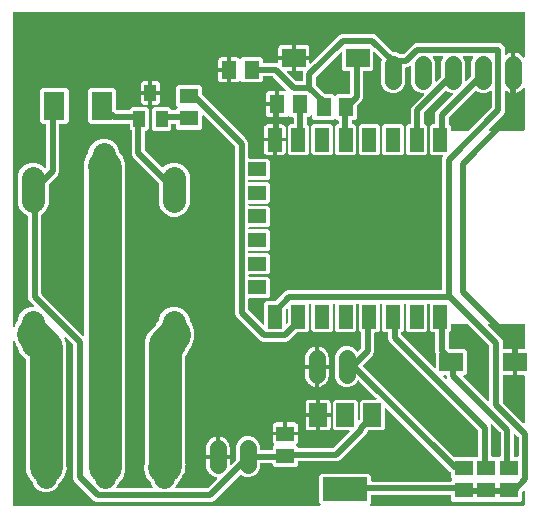
<source format=gbr>
G04 EAGLE Gerber RS-274X export*
G75*
%MOMM*%
%FSLAX34Y34*%
%LPD*%
%INBottom Copper*%
%IPPOS*%
%AMOC8*
5,1,8,0,0,1.08239X$1,22.5*%
G01*
%ADD10R,1.200000X2.000000*%
%ADD11R,1.500000X1.200000*%
%ADD12R,1.500000X2.000000*%
%ADD13R,3.800000X2.000000*%
%ADD14C,1.981200*%
%ADD15R,1.000000X1.400000*%
%ADD16R,1.800000X2.400000*%
%ADD17R,1.600000X1.300000*%
%ADD18C,1.790700*%
%ADD19R,2.000000X1.600000*%
%ADD20R,1.500000X1.300000*%
%ADD21R,1.300000X1.500000*%
%ADD22C,1.422400*%
%ADD23R,1.300000X1.600000*%
%ADD24C,0.508000*%
%ADD25C,2.794000*%

G36*
X130182Y26555D02*
X130182Y26555D01*
X130254Y26557D01*
X130303Y26575D01*
X130354Y26583D01*
X130417Y26617D01*
X130485Y26642D01*
X130525Y26674D01*
X130571Y26699D01*
X130621Y26751D01*
X130677Y26795D01*
X130705Y26839D01*
X130741Y26877D01*
X130771Y26942D01*
X130810Y27002D01*
X130822Y27053D01*
X130844Y27100D01*
X130852Y27171D01*
X130870Y27241D01*
X130866Y27293D01*
X130871Y27344D01*
X130856Y27415D01*
X130851Y27486D01*
X130830Y27534D01*
X130819Y27585D01*
X130782Y27646D01*
X130754Y27712D01*
X130710Y27768D01*
X130693Y27796D01*
X130675Y27811D01*
X130650Y27843D01*
X129995Y28498D01*
X128961Y30995D01*
X128947Y31016D01*
X128940Y31041D01*
X128849Y31182D01*
X124806Y36186D01*
X122889Y42679D01*
X123603Y49412D01*
X123859Y49881D01*
X123893Y49980D01*
X123933Y50078D01*
X123935Y50100D01*
X123940Y50113D01*
X123940Y50145D01*
X123951Y50245D01*
X123951Y151975D01*
X126542Y158230D01*
X133157Y164845D01*
X133195Y164898D01*
X133241Y164945D01*
X133281Y165018D01*
X133301Y165045D01*
X133306Y165063D01*
X133322Y165092D01*
X134162Y167120D01*
X135412Y168370D01*
X135465Y168444D01*
X135525Y168514D01*
X135537Y168544D01*
X135556Y168570D01*
X135583Y168657D01*
X135617Y168742D01*
X135621Y168783D01*
X135628Y168805D01*
X135627Y168837D01*
X135635Y168909D01*
X135635Y169963D01*
X137608Y174724D01*
X141252Y178368D01*
X146013Y180341D01*
X151167Y180341D01*
X155928Y178368D01*
X159572Y174724D01*
X161545Y169963D01*
X161545Y168909D01*
X161559Y168819D01*
X161567Y168728D01*
X161579Y168698D01*
X161584Y168666D01*
X161627Y168585D01*
X161663Y168501D01*
X161689Y168469D01*
X161700Y168449D01*
X161723Y168426D01*
X161768Y168370D01*
X163018Y167120D01*
X165609Y160865D01*
X165609Y152825D01*
X163018Y146570D01*
X161722Y145274D01*
X161684Y145221D01*
X161638Y145174D01*
X161598Y145101D01*
X161579Y145074D01*
X161573Y145056D01*
X161557Y145027D01*
X159572Y140236D01*
X158212Y138875D01*
X158159Y138801D01*
X158099Y138732D01*
X158087Y138701D01*
X158068Y138675D01*
X158041Y138588D01*
X158007Y138503D01*
X158003Y138462D01*
X157996Y138440D01*
X157997Y138408D01*
X157989Y138337D01*
X157989Y48289D01*
X157993Y48264D01*
X157990Y48239D01*
X158020Y48074D01*
X158251Y47291D01*
X157993Y44860D01*
X157995Y44832D01*
X157989Y44780D01*
X157989Y42335D01*
X157676Y41581D01*
X157671Y41556D01*
X157659Y41534D01*
X157623Y41370D01*
X157537Y40558D01*
X156368Y38411D01*
X156359Y38385D01*
X156333Y38338D01*
X155398Y36080D01*
X154821Y35503D01*
X154806Y35482D01*
X154786Y35466D01*
X154690Y35328D01*
X153500Y33141D01*
X151799Y31767D01*
X151729Y31688D01*
X151655Y31613D01*
X151645Y31594D01*
X151635Y31583D01*
X151623Y31554D01*
X151574Y31466D01*
X150345Y28498D01*
X149690Y27843D01*
X149649Y27785D01*
X149599Y27733D01*
X149577Y27686D01*
X149547Y27644D01*
X149526Y27575D01*
X149496Y27510D01*
X149490Y27458D01*
X149475Y27408D01*
X149476Y27337D01*
X149469Y27266D01*
X149480Y27215D01*
X149481Y27163D01*
X149506Y27095D01*
X149521Y27025D01*
X149548Y26980D01*
X149565Y26932D01*
X149610Y26876D01*
X149647Y26814D01*
X149687Y26780D01*
X149719Y26740D01*
X149779Y26701D01*
X149834Y26654D01*
X149882Y26635D01*
X149926Y26607D01*
X149996Y26589D01*
X150062Y26562D01*
X150133Y26554D01*
X150165Y26546D01*
X150188Y26548D01*
X150229Y26544D01*
X176440Y26544D01*
X176530Y26558D01*
X176621Y26566D01*
X176651Y26578D01*
X176682Y26583D01*
X176763Y26626D01*
X176847Y26662D01*
X176879Y26688D01*
X176900Y26699D01*
X176922Y26722D01*
X176978Y26767D01*
X184995Y34784D01*
X185002Y34794D01*
X185012Y34801D01*
X185074Y34894D01*
X185139Y34984D01*
X185143Y34995D01*
X185149Y35005D01*
X185179Y35112D01*
X185211Y35219D01*
X185211Y35231D01*
X185214Y35242D01*
X185208Y35353D01*
X185205Y35465D01*
X185201Y35476D01*
X185200Y35488D01*
X185159Y35591D01*
X185121Y35696D01*
X185113Y35705D01*
X185109Y35716D01*
X185036Y35801D01*
X184967Y35888D01*
X184957Y35894D01*
X184949Y35903D01*
X184854Y35960D01*
X184760Y36021D01*
X184748Y36024D01*
X184738Y36030D01*
X184576Y36074D01*
X183041Y36317D01*
X181520Y36812D01*
X180095Y37538D01*
X178801Y38478D01*
X177670Y39609D01*
X176730Y40903D01*
X176004Y42328D01*
X175509Y43849D01*
X175259Y45428D01*
X175259Y51817D01*
X184658Y51817D01*
X184678Y51820D01*
X184697Y51818D01*
X184799Y51840D01*
X184901Y51857D01*
X184918Y51866D01*
X184938Y51870D01*
X185027Y51923D01*
X185118Y51972D01*
X185132Y51986D01*
X185149Y51996D01*
X185216Y52075D01*
X185287Y52150D01*
X185296Y52168D01*
X185309Y52183D01*
X185347Y52279D01*
X185391Y52373D01*
X185393Y52393D01*
X185401Y52411D01*
X185419Y52578D01*
X185419Y53341D01*
X185421Y53341D01*
X185421Y52578D01*
X185424Y52558D01*
X185422Y52539D01*
X185444Y52437D01*
X185461Y52335D01*
X185470Y52318D01*
X185474Y52298D01*
X185527Y52209D01*
X185576Y52118D01*
X185590Y52104D01*
X185600Y52087D01*
X185679Y52020D01*
X185754Y51949D01*
X185772Y51940D01*
X185787Y51927D01*
X185883Y51888D01*
X185977Y51845D01*
X185997Y51843D01*
X186015Y51835D01*
X186182Y51817D01*
X195581Y51817D01*
X195581Y47207D01*
X195592Y47136D01*
X195594Y47065D01*
X195612Y47016D01*
X195620Y46964D01*
X195654Y46901D01*
X195679Y46834D01*
X195711Y46793D01*
X195736Y46747D01*
X195787Y46698D01*
X195832Y46642D01*
X195876Y46614D01*
X195914Y46578D01*
X195979Y46547D01*
X196039Y46509D01*
X196090Y46496D01*
X196137Y46474D01*
X196208Y46466D01*
X196278Y46449D01*
X196330Y46453D01*
X196381Y46447D01*
X196452Y46462D01*
X196523Y46468D01*
X196571Y46488D01*
X196622Y46499D01*
X196683Y46536D01*
X196749Y46564D01*
X196805Y46609D01*
X196833Y46625D01*
X196848Y46643D01*
X196880Y46669D01*
X200436Y50225D01*
X200478Y50283D01*
X200527Y50334D01*
X200535Y50352D01*
X200549Y50368D01*
X200561Y50398D01*
X200580Y50425D01*
X200602Y50496D01*
X200630Y50558D01*
X200632Y50576D01*
X200641Y50597D01*
X200645Y50637D01*
X200652Y50660D01*
X200651Y50692D01*
X200659Y50763D01*
X200659Y62473D01*
X202206Y66208D01*
X205064Y69066D01*
X208799Y70613D01*
X212841Y70613D01*
X216576Y69066D01*
X219434Y66208D01*
X220981Y62473D01*
X220981Y59690D01*
X220984Y59670D01*
X220982Y59651D01*
X221004Y59549D01*
X221020Y59447D01*
X221030Y59430D01*
X221034Y59410D01*
X221087Y59321D01*
X221136Y59230D01*
X221150Y59216D01*
X221160Y59199D01*
X221239Y59132D01*
X221314Y59060D01*
X221332Y59052D01*
X221347Y59039D01*
X221443Y59000D01*
X221537Y58957D01*
X221557Y58955D01*
X221575Y58947D01*
X221742Y58929D01*
X231260Y58929D01*
X231280Y58932D01*
X231299Y58930D01*
X231401Y58952D01*
X231503Y58968D01*
X231520Y58978D01*
X231540Y58982D01*
X231629Y59035D01*
X231720Y59084D01*
X231734Y59098D01*
X231751Y59108D01*
X231818Y59187D01*
X231890Y59262D01*
X231898Y59280D01*
X231911Y59295D01*
X231950Y59391D01*
X231993Y59485D01*
X231995Y59505D01*
X232003Y59523D01*
X232021Y59690D01*
X232021Y61763D01*
X233220Y62962D01*
X233232Y62978D01*
X233247Y62990D01*
X233303Y63077D01*
X233364Y63161D01*
X233370Y63181D01*
X233380Y63197D01*
X233406Y63298D01*
X233436Y63397D01*
X233436Y63416D01*
X233440Y63436D01*
X233432Y63539D01*
X233430Y63642D01*
X233423Y63661D01*
X233421Y63681D01*
X233381Y63776D01*
X233345Y63873D01*
X233333Y63889D01*
X233325Y63907D01*
X233220Y64038D01*
X232630Y64628D01*
X232229Y65323D01*
X232021Y66099D01*
X232021Y71477D01*
X241808Y71477D01*
X241828Y71480D01*
X241847Y71478D01*
X241949Y71500D01*
X242051Y71517D01*
X242068Y71526D01*
X242088Y71530D01*
X242177Y71583D01*
X242268Y71632D01*
X242282Y71646D01*
X242299Y71656D01*
X242366Y71735D01*
X242437Y71810D01*
X242446Y71828D01*
X242459Y71843D01*
X242498Y71939D01*
X242541Y72033D01*
X242543Y72053D01*
X242551Y72071D01*
X242569Y72238D01*
X242569Y73001D01*
X242571Y73001D01*
X242571Y72238D01*
X242574Y72218D01*
X242572Y72199D01*
X242594Y72097D01*
X242611Y71995D01*
X242620Y71978D01*
X242624Y71958D01*
X242677Y71869D01*
X242726Y71778D01*
X242740Y71764D01*
X242750Y71747D01*
X242829Y71680D01*
X242904Y71609D01*
X242922Y71600D01*
X242937Y71587D01*
X243033Y71548D01*
X243127Y71505D01*
X243147Y71503D01*
X243165Y71495D01*
X243332Y71477D01*
X253119Y71477D01*
X253119Y66099D01*
X252911Y65323D01*
X252510Y64628D01*
X251920Y64038D01*
X251908Y64022D01*
X251893Y64010D01*
X251837Y63923D01*
X251776Y63839D01*
X251770Y63820D01*
X251760Y63803D01*
X251734Y63702D01*
X251704Y63603D01*
X251704Y63584D01*
X251700Y63564D01*
X251708Y63461D01*
X251710Y63358D01*
X251717Y63339D01*
X251719Y63319D01*
X251759Y63224D01*
X251795Y63127D01*
X251807Y63111D01*
X251815Y63093D01*
X251920Y62962D01*
X253119Y61763D01*
X253119Y61595D01*
X253122Y61575D01*
X253120Y61556D01*
X253142Y61454D01*
X253158Y61352D01*
X253168Y61335D01*
X253172Y61315D01*
X253225Y61226D01*
X253274Y61135D01*
X253288Y61121D01*
X253298Y61104D01*
X253377Y61037D01*
X253452Y60965D01*
X253470Y60957D01*
X253485Y60944D01*
X253581Y60905D01*
X253675Y60862D01*
X253695Y60860D01*
X253713Y60852D01*
X253880Y60834D01*
X283120Y60834D01*
X283210Y60848D01*
X283301Y60856D01*
X283331Y60868D01*
X283362Y60873D01*
X283443Y60916D01*
X283527Y60952D01*
X283559Y60978D01*
X283580Y60989D01*
X283602Y61012D01*
X283658Y61057D01*
X296903Y74302D01*
X296945Y74360D01*
X296994Y74412D01*
X297016Y74459D01*
X297047Y74501D01*
X297068Y74570D01*
X297098Y74635D01*
X297104Y74687D01*
X297119Y74737D01*
X297117Y74808D01*
X297125Y74879D01*
X297114Y74930D01*
X297113Y74982D01*
X297088Y75050D01*
X297073Y75120D01*
X297046Y75165D01*
X297028Y75213D01*
X296983Y75269D01*
X296947Y75331D01*
X296907Y75365D01*
X296874Y75405D01*
X296814Y75444D01*
X296760Y75491D01*
X296711Y75510D01*
X296668Y75538D01*
X296598Y75556D01*
X296532Y75583D01*
X296460Y75591D01*
X296429Y75599D01*
X296406Y75597D01*
X296365Y75601D01*
X284607Y75601D01*
X282821Y77387D01*
X282821Y99913D01*
X284607Y101699D01*
X302133Y101699D01*
X303919Y99913D01*
X303919Y85060D01*
X303930Y84989D01*
X303932Y84918D01*
X303950Y84869D01*
X303958Y84817D01*
X303992Y84754D01*
X304017Y84687D01*
X304049Y84646D01*
X304074Y84600D01*
X304125Y84551D01*
X304170Y84495D01*
X304214Y84467D01*
X304252Y84431D01*
X304317Y84400D01*
X304377Y84362D01*
X304428Y84349D01*
X304475Y84327D01*
X304546Y84319D01*
X304616Y84302D01*
X304668Y84306D01*
X304719Y84300D01*
X304790Y84315D01*
X304861Y84321D01*
X304909Y84341D01*
X304960Y84352D01*
X305021Y84389D01*
X305087Y84417D01*
X305143Y84462D01*
X305171Y84478D01*
X305186Y84496D01*
X305218Y84522D01*
X305598Y84902D01*
X305652Y84976D01*
X305711Y85045D01*
X305723Y85075D01*
X305742Y85102D01*
X305769Y85189D01*
X305803Y85274D01*
X305807Y85315D01*
X305814Y85337D01*
X305813Y85369D01*
X305821Y85440D01*
X305821Y99913D01*
X307607Y101699D01*
X319090Y101699D01*
X319161Y101710D01*
X319232Y101712D01*
X319281Y101730D01*
X319333Y101738D01*
X319396Y101772D01*
X319463Y101797D01*
X319504Y101829D01*
X319550Y101854D01*
X319599Y101905D01*
X319655Y101950D01*
X319683Y101994D01*
X319719Y102032D01*
X319749Y102097D01*
X319788Y102157D01*
X319801Y102208D01*
X319823Y102255D01*
X319831Y102326D01*
X319848Y102396D01*
X319844Y102448D01*
X319850Y102499D01*
X319835Y102570D01*
X319829Y102641D01*
X319809Y102689D01*
X319798Y102740D01*
X319761Y102801D01*
X319733Y102867D01*
X319688Y102923D01*
X319672Y102951D01*
X319654Y102966D01*
X319628Y102998D01*
X304850Y117776D01*
X304813Y117803D01*
X304782Y117837D01*
X304714Y117874D01*
X304651Y117920D01*
X304607Y117933D01*
X304566Y117955D01*
X304490Y117969D01*
X304415Y117992D01*
X304370Y117991D01*
X304324Y117999D01*
X304247Y117988D01*
X304170Y117986D01*
X304126Y117970D01*
X304081Y117963D01*
X304012Y117928D01*
X303939Y117901D01*
X303903Y117872D01*
X303862Y117852D01*
X303807Y117796D01*
X303747Y117747D01*
X303722Y117709D01*
X303690Y117676D01*
X303624Y117556D01*
X303614Y117541D01*
X303612Y117536D01*
X303609Y117529D01*
X303254Y116672D01*
X300396Y113814D01*
X296661Y112267D01*
X292619Y112267D01*
X288884Y113814D01*
X286026Y116672D01*
X284479Y120407D01*
X284479Y138673D01*
X286026Y142408D01*
X288884Y145266D01*
X292619Y146813D01*
X296661Y146813D01*
X300396Y145266D01*
X303113Y142548D01*
X303129Y142537D01*
X303142Y142521D01*
X303229Y142465D01*
X303313Y142405D01*
X303332Y142399D01*
X303349Y142388D01*
X303449Y142363D01*
X303548Y142332D01*
X303568Y142333D01*
X303587Y142328D01*
X303690Y142336D01*
X303794Y142339D01*
X303813Y142346D01*
X303832Y142347D01*
X303927Y142388D01*
X304025Y142423D01*
X304040Y142436D01*
X304059Y142444D01*
X304190Y142548D01*
X306608Y144967D01*
X306661Y145041D01*
X306721Y145110D01*
X306733Y145140D01*
X306752Y145167D01*
X306779Y145254D01*
X306813Y145339D01*
X306817Y145379D01*
X306824Y145402D01*
X306823Y145434D01*
X306831Y145505D01*
X306831Y158072D01*
X306817Y158162D01*
X306809Y158253D01*
X306797Y158283D01*
X306792Y158315D01*
X306749Y158395D01*
X306713Y158479D01*
X306687Y158511D01*
X306676Y158532D01*
X306653Y158554D01*
X306626Y158589D01*
X306625Y158590D01*
X306624Y158590D01*
X306608Y158610D01*
X304701Y160517D01*
X304701Y182245D01*
X304698Y182265D01*
X304700Y182284D01*
X304678Y182386D01*
X304662Y182488D01*
X304652Y182505D01*
X304648Y182525D01*
X304595Y182614D01*
X304546Y182705D01*
X304532Y182719D01*
X304522Y182736D01*
X304443Y182803D01*
X304368Y182875D01*
X304350Y182883D01*
X304335Y182896D01*
X304239Y182935D01*
X304145Y182978D01*
X304125Y182980D01*
X304107Y182988D01*
X303940Y183006D01*
X303560Y183006D01*
X303540Y183003D01*
X303521Y183005D01*
X303419Y182983D01*
X303317Y182967D01*
X303300Y182957D01*
X303280Y182953D01*
X303191Y182900D01*
X303100Y182851D01*
X303086Y182837D01*
X303069Y182827D01*
X303002Y182748D01*
X302930Y182673D01*
X302922Y182655D01*
X302909Y182640D01*
X302870Y182544D01*
X302827Y182450D01*
X302825Y182430D01*
X302817Y182412D01*
X302799Y182245D01*
X302799Y160517D01*
X301013Y158731D01*
X286487Y158731D01*
X284701Y160517D01*
X284701Y182245D01*
X284698Y182265D01*
X284700Y182284D01*
X284678Y182386D01*
X284662Y182488D01*
X284652Y182505D01*
X284648Y182525D01*
X284595Y182614D01*
X284546Y182705D01*
X284532Y182719D01*
X284522Y182736D01*
X284443Y182803D01*
X284368Y182875D01*
X284350Y182883D01*
X284335Y182896D01*
X284239Y182935D01*
X284145Y182978D01*
X284125Y182980D01*
X284107Y182988D01*
X283940Y183006D01*
X283560Y183006D01*
X283540Y183003D01*
X283521Y183005D01*
X283419Y182983D01*
X283317Y182967D01*
X283300Y182957D01*
X283280Y182953D01*
X283191Y182900D01*
X283100Y182851D01*
X283086Y182837D01*
X283069Y182827D01*
X283002Y182748D01*
X282930Y182673D01*
X282922Y182655D01*
X282909Y182640D01*
X282870Y182544D01*
X282827Y182450D01*
X282825Y182430D01*
X282817Y182412D01*
X282799Y182245D01*
X282799Y160517D01*
X281013Y158731D01*
X266487Y158731D01*
X264701Y160517D01*
X264701Y182245D01*
X264698Y182265D01*
X264700Y182284D01*
X264678Y182386D01*
X264662Y182488D01*
X264652Y182505D01*
X264648Y182525D01*
X264595Y182614D01*
X264546Y182705D01*
X264532Y182719D01*
X264522Y182736D01*
X264443Y182803D01*
X264368Y182875D01*
X264350Y182883D01*
X264335Y182896D01*
X264239Y182935D01*
X264145Y182978D01*
X264125Y182980D01*
X264107Y182988D01*
X263940Y183006D01*
X263560Y183006D01*
X263540Y183003D01*
X263521Y183005D01*
X263419Y182983D01*
X263317Y182967D01*
X263300Y182957D01*
X263280Y182953D01*
X263191Y182900D01*
X263100Y182851D01*
X263086Y182837D01*
X263069Y182827D01*
X263002Y182748D01*
X262930Y182673D01*
X262922Y182655D01*
X262909Y182640D01*
X262870Y182544D01*
X262827Y182450D01*
X262825Y182430D01*
X262817Y182412D01*
X262799Y182245D01*
X262799Y160517D01*
X261013Y158731D01*
X252675Y158731D01*
X252585Y158717D01*
X252494Y158709D01*
X252464Y158697D01*
X252433Y158692D01*
X252352Y158649D01*
X252268Y158613D01*
X252236Y158587D01*
X252215Y158576D01*
X252193Y158553D01*
X252137Y158508D01*
X245101Y151472D01*
X243047Y150621D01*
X223678Y150621D01*
X221624Y151472D01*
X201002Y172094D01*
X200151Y174148D01*
X200151Y315505D01*
X200137Y315595D01*
X200129Y315686D01*
X200117Y315716D01*
X200112Y315747D01*
X200069Y315828D01*
X200033Y315912D01*
X200007Y315944D01*
X199996Y315965D01*
X199973Y315987D01*
X199928Y316043D01*
X173638Y342333D01*
X173580Y342375D01*
X173528Y342424D01*
X173481Y342446D01*
X173439Y342477D01*
X173370Y342498D01*
X173305Y342528D01*
X173253Y342534D01*
X173203Y342549D01*
X173132Y342547D01*
X173061Y342555D01*
X173010Y342544D01*
X172958Y342543D01*
X172890Y342518D01*
X172820Y342503D01*
X172775Y342476D01*
X172727Y342458D01*
X172671Y342413D01*
X172609Y342377D01*
X172575Y342337D01*
X172535Y342304D01*
X172496Y342244D01*
X172449Y342190D01*
X172430Y342141D01*
X172402Y342098D01*
X172384Y342028D01*
X172357Y341962D01*
X172349Y341890D01*
X172341Y341859D01*
X172343Y341836D01*
X172339Y341795D01*
X172339Y331987D01*
X170553Y330201D01*
X152027Y330201D01*
X150241Y331987D01*
X150241Y334645D01*
X150238Y334665D01*
X150240Y334684D01*
X150218Y334786D01*
X150202Y334888D01*
X150192Y334905D01*
X150188Y334925D01*
X150135Y335014D01*
X150086Y335105D01*
X150072Y335119D01*
X150062Y335136D01*
X149983Y335203D01*
X149908Y335275D01*
X149890Y335283D01*
X149875Y335296D01*
X149779Y335335D01*
X149685Y335378D01*
X149665Y335380D01*
X149647Y335388D01*
X149480Y335406D01*
X146580Y335406D01*
X146560Y335403D01*
X146541Y335405D01*
X146439Y335383D01*
X146337Y335367D01*
X146320Y335357D01*
X146300Y335353D01*
X146211Y335300D01*
X146120Y335251D01*
X146106Y335237D01*
X146089Y335227D01*
X146022Y335148D01*
X145950Y335073D01*
X145942Y335055D01*
X145929Y335040D01*
X145890Y334944D01*
X145847Y334850D01*
X145845Y334830D01*
X145837Y334812D01*
X145819Y334645D01*
X145819Y331257D01*
X144033Y329471D01*
X131507Y329471D01*
X129721Y331257D01*
X129721Y347783D01*
X131507Y349569D01*
X144033Y349569D01*
X145819Y347783D01*
X145819Y347345D01*
X145822Y347325D01*
X145820Y347306D01*
X145842Y347204D01*
X145858Y347102D01*
X145868Y347085D01*
X145872Y347065D01*
X145925Y346976D01*
X145974Y346885D01*
X145988Y346871D01*
X145998Y346854D01*
X146077Y346787D01*
X146152Y346715D01*
X146170Y346707D01*
X146185Y346694D01*
X146281Y346655D01*
X146375Y346612D01*
X146395Y346610D01*
X146413Y346602D01*
X146580Y346584D01*
X149480Y346584D01*
X149500Y346587D01*
X149519Y346585D01*
X149621Y346607D01*
X149723Y346623D01*
X149740Y346633D01*
X149760Y346637D01*
X149849Y346690D01*
X149940Y346739D01*
X149954Y346753D01*
X149971Y346763D01*
X150038Y346842D01*
X150110Y346917D01*
X150118Y346935D01*
X150131Y346950D01*
X150170Y347046D01*
X150213Y347140D01*
X150215Y347160D01*
X150223Y347178D01*
X150241Y347345D01*
X150241Y347513D01*
X151440Y348712D01*
X151452Y348728D01*
X151467Y348740D01*
X151523Y348828D01*
X151584Y348911D01*
X151590Y348930D01*
X151600Y348947D01*
X151626Y349048D01*
X151656Y349147D01*
X151656Y349166D01*
X151660Y349186D01*
X151652Y349289D01*
X151650Y349392D01*
X151643Y349411D01*
X151641Y349431D01*
X151601Y349526D01*
X151565Y349623D01*
X151553Y349639D01*
X151545Y349657D01*
X151440Y349788D01*
X150241Y350987D01*
X150241Y366513D01*
X152027Y368299D01*
X170553Y368299D01*
X172339Y366513D01*
X172339Y359755D01*
X172353Y359665D01*
X172361Y359574D01*
X172373Y359544D01*
X172378Y359512D01*
X172421Y359432D01*
X172457Y359348D01*
X172483Y359316D01*
X172494Y359295D01*
X172517Y359273D01*
X172562Y359217D01*
X208799Y322980D01*
X210478Y321301D01*
X211329Y319247D01*
X211329Y306590D01*
X211332Y306570D01*
X211330Y306551D01*
X211352Y306449D01*
X211368Y306347D01*
X211378Y306330D01*
X211382Y306310D01*
X211435Y306221D01*
X211484Y306130D01*
X211498Y306116D01*
X211508Y306099D01*
X211587Y306032D01*
X211662Y305960D01*
X211680Y305952D01*
X211695Y305939D01*
X211791Y305900D01*
X211885Y305857D01*
X211905Y305855D01*
X211923Y305847D01*
X212090Y305829D01*
X227513Y305829D01*
X229299Y304043D01*
X229299Y289517D01*
X227513Y287731D01*
X212090Y287731D01*
X212070Y287728D01*
X212051Y287730D01*
X211949Y287708D01*
X211847Y287692D01*
X211830Y287682D01*
X211810Y287678D01*
X211721Y287625D01*
X211630Y287576D01*
X211616Y287562D01*
X211599Y287552D01*
X211532Y287473D01*
X211460Y287398D01*
X211452Y287380D01*
X211439Y287365D01*
X211400Y287269D01*
X211357Y287175D01*
X211355Y287155D01*
X211347Y287137D01*
X211329Y286970D01*
X211329Y286590D01*
X211332Y286570D01*
X211330Y286551D01*
X211352Y286449D01*
X211368Y286347D01*
X211378Y286330D01*
X211382Y286310D01*
X211435Y286221D01*
X211484Y286130D01*
X211498Y286116D01*
X211508Y286099D01*
X211587Y286032D01*
X211662Y285960D01*
X211680Y285952D01*
X211695Y285939D01*
X211791Y285900D01*
X211885Y285857D01*
X211905Y285855D01*
X211923Y285847D01*
X212090Y285829D01*
X227513Y285829D01*
X229299Y284043D01*
X229299Y269517D01*
X227513Y267731D01*
X212090Y267731D01*
X212070Y267728D01*
X212051Y267730D01*
X211949Y267708D01*
X211847Y267692D01*
X211830Y267682D01*
X211810Y267678D01*
X211721Y267625D01*
X211630Y267576D01*
X211616Y267562D01*
X211599Y267552D01*
X211532Y267473D01*
X211460Y267398D01*
X211452Y267380D01*
X211439Y267365D01*
X211400Y267269D01*
X211357Y267175D01*
X211355Y267155D01*
X211347Y267137D01*
X211329Y266970D01*
X211329Y266590D01*
X211332Y266570D01*
X211330Y266551D01*
X211352Y266449D01*
X211368Y266347D01*
X211378Y266330D01*
X211382Y266310D01*
X211435Y266221D01*
X211484Y266130D01*
X211498Y266116D01*
X211508Y266099D01*
X211587Y266032D01*
X211662Y265960D01*
X211680Y265952D01*
X211695Y265939D01*
X211791Y265900D01*
X211885Y265857D01*
X211905Y265855D01*
X211923Y265847D01*
X212090Y265829D01*
X227513Y265829D01*
X229299Y264043D01*
X229299Y249517D01*
X227513Y247731D01*
X212090Y247731D01*
X212070Y247728D01*
X212051Y247730D01*
X211949Y247708D01*
X211847Y247692D01*
X211830Y247682D01*
X211810Y247678D01*
X211721Y247625D01*
X211630Y247576D01*
X211616Y247562D01*
X211599Y247552D01*
X211532Y247473D01*
X211460Y247398D01*
X211452Y247380D01*
X211439Y247365D01*
X211400Y247269D01*
X211357Y247175D01*
X211355Y247155D01*
X211347Y247137D01*
X211329Y246970D01*
X211329Y246590D01*
X211332Y246570D01*
X211330Y246551D01*
X211352Y246449D01*
X211368Y246347D01*
X211378Y246330D01*
X211382Y246310D01*
X211435Y246221D01*
X211484Y246130D01*
X211498Y246116D01*
X211508Y246099D01*
X211587Y246032D01*
X211662Y245960D01*
X211680Y245952D01*
X211695Y245939D01*
X211791Y245900D01*
X211885Y245857D01*
X211905Y245855D01*
X211923Y245847D01*
X212090Y245829D01*
X227513Y245829D01*
X229299Y244043D01*
X229299Y229517D01*
X227513Y227731D01*
X212090Y227731D01*
X212070Y227728D01*
X212051Y227730D01*
X211949Y227708D01*
X211847Y227692D01*
X211830Y227682D01*
X211810Y227678D01*
X211721Y227625D01*
X211630Y227576D01*
X211616Y227562D01*
X211599Y227552D01*
X211532Y227473D01*
X211460Y227398D01*
X211452Y227380D01*
X211439Y227365D01*
X211400Y227269D01*
X211357Y227175D01*
X211355Y227155D01*
X211347Y227137D01*
X211329Y226970D01*
X211329Y226590D01*
X211331Y226579D01*
X211330Y226572D01*
X211331Y226565D01*
X211330Y226551D01*
X211352Y226449D01*
X211368Y226347D01*
X211378Y226330D01*
X211382Y226310D01*
X211435Y226221D01*
X211484Y226130D01*
X211498Y226116D01*
X211508Y226099D01*
X211587Y226032D01*
X211662Y225960D01*
X211680Y225952D01*
X211695Y225939D01*
X211791Y225900D01*
X211885Y225857D01*
X211905Y225855D01*
X211923Y225847D01*
X212090Y225829D01*
X227513Y225829D01*
X229299Y224043D01*
X229299Y209517D01*
X227513Y207731D01*
X212090Y207731D01*
X212070Y207728D01*
X212051Y207730D01*
X211949Y207708D01*
X211847Y207692D01*
X211830Y207682D01*
X211810Y207678D01*
X211721Y207625D01*
X211630Y207576D01*
X211616Y207562D01*
X211599Y207552D01*
X211532Y207473D01*
X211460Y207398D01*
X211452Y207380D01*
X211439Y207365D01*
X211400Y207269D01*
X211357Y207175D01*
X211355Y207155D01*
X211347Y207137D01*
X211329Y206970D01*
X211329Y206590D01*
X211332Y206570D01*
X211330Y206551D01*
X211352Y206449D01*
X211368Y206347D01*
X211378Y206330D01*
X211382Y206310D01*
X211435Y206221D01*
X211484Y206130D01*
X211498Y206116D01*
X211508Y206099D01*
X211587Y206032D01*
X211662Y205960D01*
X211680Y205952D01*
X211695Y205939D01*
X211791Y205900D01*
X211885Y205857D01*
X211905Y205855D01*
X211923Y205847D01*
X212090Y205829D01*
X227513Y205829D01*
X229299Y204043D01*
X229299Y189517D01*
X227513Y187731D01*
X212090Y187731D01*
X212070Y187728D01*
X212051Y187730D01*
X211949Y187708D01*
X211847Y187692D01*
X211830Y187682D01*
X211810Y187678D01*
X211721Y187625D01*
X211630Y187576D01*
X211616Y187562D01*
X211599Y187552D01*
X211532Y187473D01*
X211460Y187398D01*
X211452Y187380D01*
X211439Y187365D01*
X211400Y187269D01*
X211357Y187175D01*
X211355Y187155D01*
X211347Y187137D01*
X211329Y186970D01*
X211329Y177890D01*
X211332Y177871D01*
X211330Y177852D01*
X211345Y177782D01*
X211351Y177709D01*
X211363Y177679D01*
X211368Y177648D01*
X211378Y177629D01*
X211382Y177611D01*
X211417Y177552D01*
X211447Y177483D01*
X211473Y177451D01*
X211484Y177430D01*
X211499Y177415D01*
X211508Y177400D01*
X211523Y177387D01*
X211552Y177352D01*
X223402Y165502D01*
X223460Y165460D01*
X223512Y165411D01*
X223559Y165389D01*
X223601Y165358D01*
X223670Y165337D01*
X223735Y165307D01*
X223787Y165301D01*
X223837Y165286D01*
X223908Y165288D01*
X223979Y165280D01*
X224030Y165291D01*
X224082Y165292D01*
X224150Y165317D01*
X224220Y165332D01*
X224265Y165359D01*
X224313Y165377D01*
X224369Y165422D01*
X224431Y165458D01*
X224465Y165498D01*
X224505Y165531D01*
X224544Y165591D01*
X224591Y165645D01*
X224610Y165694D01*
X224638Y165737D01*
X224656Y165807D01*
X224683Y165873D01*
X224691Y165945D01*
X224699Y165976D01*
X224697Y165999D01*
X224701Y166040D01*
X224701Y183043D01*
X226487Y184829D01*
X233760Y184829D01*
X233850Y184843D01*
X233941Y184851D01*
X233971Y184863D01*
X234002Y184868D01*
X234083Y184911D01*
X234167Y184947D01*
X234199Y184973D01*
X234220Y184984D01*
X234242Y185007D01*
X234298Y185052D01*
X242579Y193333D01*
X244633Y194184D01*
X374650Y194184D01*
X374670Y194187D01*
X374689Y194185D01*
X374791Y194207D01*
X374893Y194223D01*
X374910Y194233D01*
X374930Y194237D01*
X375019Y194290D01*
X375110Y194339D01*
X375124Y194353D01*
X375141Y194363D01*
X375208Y194442D01*
X375280Y194517D01*
X375288Y194535D01*
X375301Y194550D01*
X375340Y194646D01*
X375383Y194740D01*
X375385Y194760D01*
X375393Y194778D01*
X375411Y194945D01*
X375411Y305912D01*
X376143Y307679D01*
X376154Y307723D01*
X376173Y307765D01*
X376182Y307842D01*
X376199Y307918D01*
X376195Y307964D01*
X376200Y308009D01*
X376184Y308086D01*
X376176Y308163D01*
X376158Y308205D01*
X376148Y308250D01*
X376108Y308317D01*
X376076Y308388D01*
X376045Y308422D01*
X376022Y308461D01*
X375963Y308512D01*
X375910Y308569D01*
X375870Y308591D01*
X375835Y308621D01*
X375763Y308650D01*
X375694Y308687D01*
X375649Y308696D01*
X375607Y308713D01*
X375471Y308728D01*
X375452Y308731D01*
X375447Y308730D01*
X375440Y308731D01*
X366487Y308731D01*
X364701Y310517D01*
X364701Y333043D01*
X366487Y334829D01*
X368935Y334829D01*
X368955Y334832D01*
X368974Y334830D01*
X369076Y334852D01*
X369178Y334868D01*
X369195Y334878D01*
X369215Y334882D01*
X369304Y334935D01*
X369395Y334984D01*
X369409Y334998D01*
X369426Y335008D01*
X369493Y335087D01*
X369565Y335162D01*
X369573Y335180D01*
X369586Y335195D01*
X369625Y335291D01*
X369668Y335385D01*
X369670Y335405D01*
X369678Y335423D01*
X369696Y335590D01*
X369696Y344012D01*
X370547Y346066D01*
X384369Y359888D01*
X384411Y359946D01*
X384460Y359998D01*
X384482Y360045D01*
X384513Y360087D01*
X384534Y360156D01*
X384564Y360221D01*
X384570Y360273D01*
X384585Y360323D01*
X384583Y360394D01*
X384591Y360465D01*
X384580Y360516D01*
X384579Y360568D01*
X384554Y360636D01*
X384539Y360706D01*
X384512Y360751D01*
X384494Y360799D01*
X384449Y360855D01*
X384413Y360917D01*
X384373Y360951D01*
X384340Y360991D01*
X384280Y361030D01*
X384226Y361077D01*
X384177Y361096D01*
X384134Y361124D01*
X384064Y361142D01*
X383998Y361169D01*
X383926Y361177D01*
X383895Y361185D01*
X383872Y361183D01*
X383831Y361187D01*
X382789Y361187D01*
X378961Y362773D01*
X378848Y362799D01*
X378734Y362828D01*
X378728Y362828D01*
X378722Y362829D01*
X378605Y362818D01*
X378489Y362809D01*
X378483Y362806D01*
X378477Y362806D01*
X378369Y362758D01*
X378262Y362713D01*
X378257Y362708D01*
X378252Y362706D01*
X378238Y362693D01*
X378131Y362608D01*
X360142Y344618D01*
X360089Y344544D01*
X360029Y344475D01*
X360017Y344444D01*
X359998Y344418D01*
X359971Y344331D01*
X359937Y344246D01*
X359933Y344206D01*
X359926Y344183D01*
X359927Y344151D01*
X359919Y344080D01*
X359919Y335590D01*
X359922Y335570D01*
X359920Y335551D01*
X359942Y335449D01*
X359958Y335347D01*
X359968Y335330D01*
X359972Y335310D01*
X360025Y335221D01*
X360074Y335130D01*
X360088Y335116D01*
X360098Y335099D01*
X360177Y335032D01*
X360252Y334960D01*
X360270Y334952D01*
X360285Y334939D01*
X360381Y334900D01*
X360475Y334857D01*
X360495Y334855D01*
X360513Y334847D01*
X360680Y334829D01*
X361013Y334829D01*
X362799Y333043D01*
X362799Y310517D01*
X361013Y308731D01*
X346487Y308731D01*
X344701Y310517D01*
X344701Y333043D01*
X346487Y334829D01*
X347980Y334829D01*
X348000Y334832D01*
X348019Y334830D01*
X348121Y334852D01*
X348223Y334868D01*
X348240Y334878D01*
X348260Y334882D01*
X348349Y334935D01*
X348440Y334984D01*
X348454Y334998D01*
X348471Y335008D01*
X348538Y335087D01*
X348610Y335162D01*
X348618Y335180D01*
X348631Y335195D01*
X348670Y335291D01*
X348713Y335385D01*
X348715Y335405D01*
X348723Y335423D01*
X348741Y335590D01*
X348741Y347822D01*
X349592Y349876D01*
X359604Y359888D01*
X359646Y359946D01*
X359695Y359998D01*
X359717Y360045D01*
X359748Y360087D01*
X359769Y360156D01*
X359799Y360221D01*
X359805Y360273D01*
X359820Y360323D01*
X359818Y360394D01*
X359826Y360465D01*
X359815Y360516D01*
X359814Y360568D01*
X359789Y360636D01*
X359774Y360706D01*
X359747Y360751D01*
X359729Y360799D01*
X359684Y360855D01*
X359648Y360917D01*
X359608Y360951D01*
X359575Y360991D01*
X359515Y361030D01*
X359461Y361077D01*
X359412Y361096D01*
X359369Y361124D01*
X359299Y361142D01*
X359233Y361169D01*
X359161Y361177D01*
X359130Y361185D01*
X359107Y361183D01*
X359066Y361187D01*
X357389Y361187D01*
X353654Y362734D01*
X350796Y365592D01*
X349249Y369327D01*
X349249Y383323D01*
X349238Y383394D01*
X349236Y383465D01*
X349218Y383514D01*
X349210Y383566D01*
X349176Y383629D01*
X349151Y383696D01*
X349119Y383737D01*
X349094Y383783D01*
X349042Y383832D01*
X348998Y383888D01*
X348954Y383917D01*
X348916Y383952D01*
X348851Y383982D01*
X348791Y384021D01*
X348740Y384034D01*
X348693Y384056D01*
X348622Y384064D01*
X348552Y384081D01*
X348500Y384077D01*
X348449Y384083D01*
X348378Y384068D01*
X348307Y384062D01*
X348259Y384042D01*
X348208Y384031D01*
X348147Y383994D01*
X348081Y383966D01*
X348025Y383921D01*
X347997Y383905D01*
X347982Y383887D01*
X345917Y383031D01*
X344932Y383031D01*
X344912Y383028D01*
X344893Y383030D01*
X344791Y383008D01*
X344689Y382992D01*
X344672Y382982D01*
X344652Y382978D01*
X344563Y382925D01*
X344472Y382876D01*
X344458Y382862D01*
X344441Y382852D01*
X344374Y382773D01*
X344302Y382698D01*
X344294Y382680D01*
X344281Y382665D01*
X344242Y382569D01*
X344199Y382475D01*
X344197Y382455D01*
X344189Y382437D01*
X344171Y382270D01*
X344171Y369327D01*
X342624Y365592D01*
X339766Y362734D01*
X336031Y361187D01*
X331989Y361187D01*
X328254Y362734D01*
X325396Y365592D01*
X323849Y369327D01*
X323849Y387593D01*
X324430Y388996D01*
X324457Y389110D01*
X324486Y389223D01*
X324485Y389230D01*
X324487Y389236D01*
X324476Y389352D01*
X324467Y389469D01*
X324464Y389474D01*
X324464Y389481D01*
X324416Y389588D01*
X324370Y389695D01*
X324366Y389701D01*
X324364Y389705D01*
X324351Y389719D01*
X324265Y389826D01*
X318208Y395883D01*
X318150Y395925D01*
X318098Y395974D01*
X318051Y395996D01*
X318009Y396027D01*
X317940Y396048D01*
X317875Y396078D01*
X317823Y396084D01*
X317773Y396099D01*
X317702Y396097D01*
X317631Y396105D01*
X317580Y396094D01*
X317528Y396093D01*
X317460Y396068D01*
X317390Y396053D01*
X317345Y396026D01*
X317297Y396008D01*
X317241Y395963D01*
X317179Y395927D01*
X317145Y395887D01*
X317105Y395854D01*
X317066Y395794D01*
X317019Y395740D01*
X317000Y395691D01*
X316972Y395648D01*
X316954Y395578D01*
X316927Y395512D01*
X316919Y395440D01*
X316911Y395409D01*
X316913Y395386D01*
X316909Y395345D01*
X316909Y381897D01*
X315123Y380111D01*
X309245Y380111D01*
X309225Y380108D01*
X309206Y380110D01*
X309104Y380088D01*
X309002Y380072D01*
X308985Y380062D01*
X308965Y380058D01*
X308876Y380005D01*
X308785Y379956D01*
X308771Y379942D01*
X308754Y379932D01*
X308687Y379853D01*
X308615Y379778D01*
X308607Y379760D01*
X308594Y379745D01*
X308555Y379649D01*
X308512Y379555D01*
X308510Y379535D01*
X308502Y379517D01*
X308484Y379350D01*
X308484Y357028D01*
X307633Y354974D01*
X303752Y351093D01*
X303699Y351019D01*
X303639Y350950D01*
X303627Y350919D01*
X303608Y350893D01*
X303581Y350806D01*
X303547Y350721D01*
X303543Y350681D01*
X303536Y350658D01*
X303537Y350626D01*
X303529Y350555D01*
X303529Y339987D01*
X301743Y338201D01*
X299720Y338201D01*
X299700Y338198D01*
X299681Y338200D01*
X299579Y338178D01*
X299477Y338162D01*
X299460Y338152D01*
X299440Y338148D01*
X299351Y338095D01*
X299260Y338046D01*
X299246Y338032D01*
X299229Y338022D01*
X299162Y337943D01*
X299090Y337868D01*
X299082Y337850D01*
X299069Y337835D01*
X299030Y337739D01*
X298987Y337645D01*
X298985Y337625D01*
X298977Y337607D01*
X298959Y337440D01*
X298959Y335590D01*
X298962Y335570D01*
X298960Y335551D01*
X298982Y335449D01*
X298998Y335347D01*
X299008Y335330D01*
X299012Y335310D01*
X299065Y335221D01*
X299114Y335130D01*
X299128Y335116D01*
X299138Y335099D01*
X299217Y335032D01*
X299292Y334960D01*
X299310Y334952D01*
X299325Y334939D01*
X299421Y334900D01*
X299515Y334857D01*
X299535Y334855D01*
X299553Y334847D01*
X299720Y334829D01*
X301013Y334829D01*
X302799Y333043D01*
X302799Y310517D01*
X301013Y308731D01*
X286487Y308731D01*
X284701Y310517D01*
X284701Y333043D01*
X286487Y334829D01*
X287020Y334829D01*
X287040Y334832D01*
X287059Y334830D01*
X287161Y334852D01*
X287263Y334868D01*
X287280Y334878D01*
X287300Y334882D01*
X287389Y334935D01*
X287480Y334984D01*
X287494Y334998D01*
X287511Y335008D01*
X287578Y335087D01*
X287650Y335162D01*
X287658Y335180D01*
X287671Y335195D01*
X287710Y335291D01*
X287753Y335385D01*
X287755Y335405D01*
X287763Y335423D01*
X287781Y335590D01*
X287781Y337440D01*
X287778Y337460D01*
X287780Y337479D01*
X287758Y337581D01*
X287742Y337683D01*
X287732Y337700D01*
X287728Y337720D01*
X287675Y337809D01*
X287626Y337900D01*
X287612Y337914D01*
X287602Y337931D01*
X287523Y337998D01*
X287448Y338070D01*
X287430Y338078D01*
X287415Y338091D01*
X287319Y338130D01*
X287225Y338173D01*
X287205Y338175D01*
X287187Y338183D01*
X287020Y338201D01*
X286217Y338201D01*
X285018Y339400D01*
X285002Y339412D01*
X284990Y339427D01*
X284902Y339483D01*
X284819Y339544D01*
X284800Y339550D01*
X284783Y339560D01*
X284682Y339586D01*
X284583Y339616D01*
X284564Y339616D01*
X284544Y339620D01*
X284441Y339612D01*
X284338Y339610D01*
X284319Y339603D01*
X284299Y339601D01*
X284204Y339561D01*
X284107Y339525D01*
X284091Y339513D01*
X284073Y339505D01*
X283942Y339400D01*
X282743Y338201D01*
X267217Y338201D01*
X265431Y339987D01*
X265431Y341962D01*
X265420Y342033D01*
X265418Y342104D01*
X265400Y342153D01*
X265392Y342205D01*
X265358Y342268D01*
X265333Y342335D01*
X265301Y342376D01*
X265276Y342422D01*
X265224Y342471D01*
X265180Y342527D01*
X265136Y342556D01*
X265098Y342591D01*
X265033Y342622D01*
X264973Y342660D01*
X264922Y342673D01*
X264875Y342695D01*
X264804Y342703D01*
X264734Y342720D01*
X264682Y342716D01*
X264631Y342722D01*
X264560Y342707D01*
X264489Y342701D01*
X264441Y342681D01*
X264390Y342670D01*
X264329Y342633D01*
X264263Y342605D01*
X264207Y342560D01*
X264179Y342544D01*
X264164Y342526D01*
X264132Y342500D01*
X262373Y340741D01*
X261620Y340741D01*
X261600Y340738D01*
X261581Y340740D01*
X261479Y340718D01*
X261377Y340702D01*
X261360Y340692D01*
X261340Y340688D01*
X261251Y340635D01*
X261160Y340586D01*
X261146Y340572D01*
X261129Y340562D01*
X261062Y340483D01*
X260990Y340408D01*
X260982Y340390D01*
X260969Y340375D01*
X260930Y340279D01*
X260887Y340185D01*
X260885Y340165D01*
X260877Y340147D01*
X260859Y339980D01*
X260859Y335298D01*
X260873Y335208D01*
X260881Y335117D01*
X260893Y335087D01*
X260898Y335055D01*
X260941Y334975D01*
X260977Y334891D01*
X261003Y334859D01*
X261014Y334838D01*
X261037Y334816D01*
X261082Y334760D01*
X262799Y333043D01*
X262799Y310517D01*
X261013Y308731D01*
X246487Y308731D01*
X244701Y310517D01*
X244701Y333043D01*
X246487Y334829D01*
X248920Y334829D01*
X248940Y334832D01*
X248959Y334830D01*
X249061Y334852D01*
X249163Y334868D01*
X249180Y334878D01*
X249200Y334882D01*
X249289Y334935D01*
X249380Y334984D01*
X249394Y334998D01*
X249411Y335008D01*
X249478Y335087D01*
X249550Y335162D01*
X249558Y335180D01*
X249571Y335195D01*
X249610Y335291D01*
X249653Y335385D01*
X249655Y335405D01*
X249663Y335423D01*
X249681Y335590D01*
X249681Y339980D01*
X249678Y340000D01*
X249680Y340019D01*
X249658Y340121D01*
X249642Y340223D01*
X249632Y340240D01*
X249628Y340260D01*
X249575Y340349D01*
X249526Y340440D01*
X249512Y340454D01*
X249502Y340471D01*
X249423Y340538D01*
X249348Y340610D01*
X249330Y340618D01*
X249315Y340631D01*
X249219Y340670D01*
X249125Y340713D01*
X249105Y340715D01*
X249087Y340723D01*
X248920Y340741D01*
X246847Y340741D01*
X245648Y341940D01*
X245632Y341952D01*
X245620Y341967D01*
X245533Y342023D01*
X245449Y342084D01*
X245429Y342090D01*
X245413Y342100D01*
X245312Y342126D01*
X245213Y342156D01*
X245194Y342156D01*
X245174Y342160D01*
X245071Y342152D01*
X244968Y342150D01*
X244949Y342143D01*
X244929Y342141D01*
X244834Y342101D01*
X244737Y342065D01*
X244721Y342053D01*
X244703Y342045D01*
X244572Y341940D01*
X243982Y341350D01*
X243287Y340949D01*
X242511Y340741D01*
X237133Y340741D01*
X237133Y351028D01*
X237130Y351048D01*
X237132Y351067D01*
X237110Y351169D01*
X237093Y351271D01*
X237084Y351288D01*
X237080Y351308D01*
X237027Y351397D01*
X236978Y351488D01*
X236964Y351502D01*
X236954Y351519D01*
X236875Y351586D01*
X236800Y351657D01*
X236782Y351666D01*
X236767Y351679D01*
X236671Y351718D01*
X236577Y351761D01*
X236557Y351763D01*
X236539Y351771D01*
X236372Y351789D01*
X235609Y351789D01*
X235609Y351791D01*
X236372Y351791D01*
X236392Y351794D01*
X236411Y351792D01*
X236513Y351814D01*
X236615Y351831D01*
X236632Y351840D01*
X236652Y351844D01*
X236741Y351897D01*
X236832Y351946D01*
X236846Y351960D01*
X236863Y351970D01*
X236930Y352049D01*
X237001Y352124D01*
X237010Y352142D01*
X237023Y352157D01*
X237062Y352253D01*
X237105Y352347D01*
X237107Y352367D01*
X237115Y352385D01*
X237133Y352552D01*
X237133Y362839D01*
X242511Y362839D01*
X242583Y362820D01*
X242631Y362815D01*
X242676Y362801D01*
X242752Y362803D01*
X242828Y362795D01*
X242874Y362806D01*
X242922Y362807D01*
X242994Y362833D01*
X243067Y362850D01*
X243108Y362875D01*
X243153Y362892D01*
X243212Y362939D01*
X243277Y362978D01*
X243308Y363015D01*
X243345Y363045D01*
X243386Y363109D01*
X243435Y363167D01*
X243452Y363212D01*
X243478Y363252D01*
X243497Y363326D01*
X243524Y363396D01*
X243527Y363444D01*
X243538Y363491D01*
X243533Y363566D01*
X243536Y363642D01*
X243523Y363688D01*
X243519Y363736D01*
X243490Y363806D01*
X243469Y363879D01*
X243442Y363918D01*
X243423Y363962D01*
X243342Y364063D01*
X243330Y364081D01*
X243324Y364085D01*
X243318Y364093D01*
X232223Y375188D01*
X232149Y375241D01*
X232080Y375301D01*
X232049Y375313D01*
X232023Y375332D01*
X231936Y375359D01*
X231851Y375393D01*
X231811Y375397D01*
X231788Y375404D01*
X231756Y375403D01*
X231685Y375411D01*
X224280Y375411D01*
X224260Y375408D01*
X224241Y375410D01*
X224139Y375388D01*
X224037Y375372D01*
X224020Y375362D01*
X224000Y375358D01*
X223911Y375305D01*
X223820Y375256D01*
X223806Y375242D01*
X223789Y375232D01*
X223722Y375153D01*
X223650Y375078D01*
X223642Y375060D01*
X223629Y375045D01*
X223590Y374949D01*
X223547Y374855D01*
X223545Y374835D01*
X223537Y374817D01*
X223519Y374650D01*
X223519Y372237D01*
X221733Y370451D01*
X206207Y370451D01*
X205008Y371650D01*
X204992Y371662D01*
X204980Y371677D01*
X204892Y371733D01*
X204809Y371794D01*
X204790Y371800D01*
X204773Y371810D01*
X204672Y371836D01*
X204573Y371866D01*
X204554Y371866D01*
X204534Y371870D01*
X204431Y371862D01*
X204328Y371860D01*
X204309Y371853D01*
X204289Y371851D01*
X204194Y371811D01*
X204097Y371775D01*
X204081Y371763D01*
X204063Y371755D01*
X203932Y371650D01*
X203342Y371060D01*
X202647Y370659D01*
X201871Y370451D01*
X196493Y370451D01*
X196493Y380238D01*
X196490Y380258D01*
X196492Y380277D01*
X196470Y380379D01*
X196453Y380481D01*
X196444Y380498D01*
X196440Y380518D01*
X196387Y380607D01*
X196338Y380698D01*
X196324Y380712D01*
X196314Y380729D01*
X196235Y380796D01*
X196160Y380867D01*
X196142Y380876D01*
X196127Y380889D01*
X196031Y380928D01*
X195937Y380971D01*
X195917Y380973D01*
X195899Y380981D01*
X195732Y380999D01*
X194969Y380999D01*
X194969Y381001D01*
X195732Y381001D01*
X195752Y381004D01*
X195771Y381002D01*
X195873Y381024D01*
X195975Y381041D01*
X195992Y381050D01*
X196012Y381054D01*
X196101Y381107D01*
X196192Y381156D01*
X196206Y381170D01*
X196223Y381180D01*
X196290Y381259D01*
X196361Y381334D01*
X196370Y381352D01*
X196383Y381367D01*
X196422Y381463D01*
X196465Y381557D01*
X196467Y381577D01*
X196475Y381595D01*
X196493Y381762D01*
X196493Y391549D01*
X201871Y391549D01*
X202647Y391341D01*
X203342Y390940D01*
X203932Y390350D01*
X203948Y390338D01*
X203960Y390323D01*
X204048Y390267D01*
X204131Y390206D01*
X204150Y390200D01*
X204167Y390190D01*
X204268Y390164D01*
X204367Y390134D01*
X204386Y390134D01*
X204406Y390130D01*
X204509Y390138D01*
X204612Y390140D01*
X204631Y390147D01*
X204651Y390149D01*
X204746Y390189D01*
X204843Y390225D01*
X204859Y390237D01*
X204877Y390245D01*
X205008Y390350D01*
X206207Y391549D01*
X221733Y391549D01*
X223519Y389763D01*
X223519Y387350D01*
X223522Y387330D01*
X223520Y387311D01*
X223542Y387209D01*
X223558Y387107D01*
X223568Y387090D01*
X223572Y387070D01*
X223625Y386981D01*
X223674Y386890D01*
X223688Y386876D01*
X223698Y386859D01*
X223777Y386792D01*
X223852Y386720D01*
X223870Y386712D01*
X223885Y386699D01*
X223981Y386660D01*
X224075Y386617D01*
X224095Y386615D01*
X224113Y386607D01*
X224280Y386589D01*
X235427Y386589D01*
X235759Y386451D01*
X235803Y386441D01*
X235845Y386421D01*
X235922Y386413D01*
X235998Y386395D01*
X236044Y386399D01*
X236089Y386394D01*
X236166Y386411D01*
X236243Y386418D01*
X236285Y386437D01*
X236330Y386447D01*
X236397Y386486D01*
X236468Y386518D01*
X236502Y386549D01*
X236541Y386573D01*
X236592Y386632D01*
X236649Y386684D01*
X236671Y386725D01*
X236701Y386760D01*
X236730Y386832D01*
X236767Y386900D01*
X236776Y386945D01*
X236793Y386988D01*
X236808Y387124D01*
X236811Y387142D01*
X236810Y387147D01*
X236811Y387154D01*
X236811Y389637D01*
X248337Y389637D01*
X248337Y380111D01*
X244945Y380111D01*
X244874Y380100D01*
X244803Y380098D01*
X244754Y380080D01*
X244702Y380072D01*
X244639Y380038D01*
X244572Y380013D01*
X244531Y379981D01*
X244485Y379956D01*
X244436Y379904D01*
X244380Y379860D01*
X244352Y379816D01*
X244316Y379778D01*
X244286Y379713D01*
X244247Y379653D01*
X244234Y379602D01*
X244212Y379555D01*
X244204Y379484D01*
X244187Y379414D01*
X244191Y379362D01*
X244185Y379311D01*
X244200Y379240D01*
X244206Y379169D01*
X244226Y379121D01*
X244237Y379070D01*
X244274Y379009D01*
X244302Y378943D01*
X244347Y378887D01*
X244363Y378859D01*
X244381Y378844D01*
X244407Y378812D01*
X251647Y371572D01*
X251721Y371519D01*
X251790Y371459D01*
X251821Y371447D01*
X251847Y371428D01*
X251934Y371401D01*
X252019Y371367D01*
X252059Y371363D01*
X252082Y371356D01*
X252114Y371357D01*
X252185Y371349D01*
X256540Y371349D01*
X256560Y371352D01*
X256579Y371350D01*
X256681Y371372D01*
X256783Y371388D01*
X256800Y371398D01*
X256820Y371402D01*
X256909Y371455D01*
X257000Y371504D01*
X257014Y371518D01*
X257031Y371528D01*
X257098Y371607D01*
X257170Y371682D01*
X257178Y371700D01*
X257191Y371715D01*
X257230Y371811D01*
X257273Y371905D01*
X257275Y371925D01*
X257283Y371943D01*
X257301Y372110D01*
X257301Y378302D01*
X257615Y379059D01*
X257625Y379103D01*
X257645Y379145D01*
X257653Y379222D01*
X257671Y379298D01*
X257667Y379344D01*
X257672Y379389D01*
X257655Y379466D01*
X257648Y379543D01*
X257629Y379585D01*
X257620Y379630D01*
X257580Y379697D01*
X257548Y379768D01*
X257517Y379802D01*
X257493Y379841D01*
X257434Y379892D01*
X257382Y379949D01*
X257341Y379971D01*
X257306Y380001D01*
X257234Y380030D01*
X257166Y380067D01*
X257121Y380076D01*
X257078Y380093D01*
X256942Y380108D01*
X256924Y380111D01*
X256919Y380110D01*
X256912Y380111D01*
X251383Y380111D01*
X251383Y389637D01*
X262909Y389637D01*
X262909Y386950D01*
X262920Y386879D01*
X262922Y386808D01*
X262940Y386759D01*
X262948Y386707D01*
X262982Y386644D01*
X263007Y386577D01*
X263039Y386536D01*
X263064Y386490D01*
X263116Y386441D01*
X263160Y386385D01*
X263204Y386357D01*
X263242Y386321D01*
X263307Y386291D01*
X263367Y386252D01*
X263418Y386239D01*
X263465Y386217D01*
X263536Y386209D01*
X263606Y386192D01*
X263658Y386196D01*
X263709Y386190D01*
X263780Y386205D01*
X263851Y386211D01*
X263899Y386231D01*
X263950Y386242D01*
X264011Y386279D01*
X264077Y386307D01*
X264133Y386352D01*
X264161Y386368D01*
X264176Y386386D01*
X264208Y386412D01*
X288299Y410503D01*
X290353Y411354D01*
X317342Y411354D01*
X319396Y410503D01*
X333943Y395956D01*
X334017Y395903D01*
X334086Y395843D01*
X334117Y395831D01*
X334143Y395812D01*
X334230Y395785D01*
X334315Y395751D01*
X334355Y395747D01*
X334378Y395740D01*
X334410Y395741D01*
X334481Y395733D01*
X336031Y395733D01*
X339570Y394267D01*
X339634Y394252D01*
X339695Y394227D01*
X339778Y394218D01*
X339810Y394211D01*
X339829Y394212D01*
X339862Y394209D01*
X342175Y394209D01*
X342265Y394223D01*
X342356Y394231D01*
X342386Y394243D01*
X342417Y394248D01*
X342498Y394291D01*
X342582Y394327D01*
X342614Y394353D01*
X342635Y394364D01*
X342657Y394387D01*
X342713Y394432D01*
X351164Y402883D01*
X353218Y403734D01*
X424022Y403734D01*
X426076Y402883D01*
X427648Y401311D01*
X428499Y399257D01*
X428499Y394459D01*
X428501Y394447D01*
X428499Y394435D01*
X428520Y394326D01*
X428538Y394216D01*
X428544Y394205D01*
X428546Y394194D01*
X428601Y394097D01*
X428654Y393999D01*
X428662Y393990D01*
X428668Y393980D01*
X428751Y393906D01*
X428832Y393829D01*
X428843Y393824D01*
X428852Y393816D01*
X428954Y393773D01*
X429055Y393726D01*
X429067Y393724D01*
X429078Y393720D01*
X429189Y393711D01*
X429299Y393699D01*
X429311Y393701D01*
X429323Y393700D01*
X429431Y393727D01*
X429540Y393751D01*
X429550Y393757D01*
X429562Y393760D01*
X429707Y393843D01*
X430285Y394262D01*
X431710Y394988D01*
X433231Y395483D01*
X434087Y395618D01*
X434087Y379222D01*
X434090Y379202D01*
X434088Y379183D01*
X434110Y379081D01*
X434127Y378979D01*
X434136Y378962D01*
X434140Y378942D01*
X434193Y378853D01*
X434242Y378762D01*
X434256Y378748D01*
X434266Y378731D01*
X434345Y378664D01*
X434420Y378593D01*
X434438Y378584D01*
X434453Y378571D01*
X434549Y378533D01*
X434643Y378489D01*
X434663Y378487D01*
X434681Y378479D01*
X434848Y378461D01*
X436372Y378461D01*
X436392Y378464D01*
X436411Y378462D01*
X436513Y378484D01*
X436615Y378501D01*
X436632Y378510D01*
X436652Y378514D01*
X436741Y378567D01*
X436832Y378616D01*
X436846Y378630D01*
X436863Y378640D01*
X436930Y378719D01*
X437001Y378794D01*
X437010Y378812D01*
X437023Y378827D01*
X437062Y378923D01*
X437105Y379017D01*
X437107Y379037D01*
X437115Y379055D01*
X437133Y379222D01*
X437133Y395618D01*
X437989Y395483D01*
X439510Y394988D01*
X440935Y394262D01*
X442229Y393322D01*
X443360Y392191D01*
X443884Y391470D01*
X443890Y391464D01*
X443894Y391457D01*
X443977Y391378D01*
X444059Y391297D01*
X444066Y391294D01*
X444072Y391288D01*
X444176Y391240D01*
X444280Y391189D01*
X444288Y391188D01*
X444295Y391184D01*
X444409Y391172D01*
X444524Y391157D01*
X444532Y391158D01*
X444539Y391157D01*
X444652Y391182D01*
X444765Y391204D01*
X444772Y391208D01*
X444780Y391210D01*
X444878Y391268D01*
X444979Y391326D01*
X444984Y391332D01*
X444991Y391336D01*
X445066Y391423D01*
X445143Y391509D01*
X445146Y391517D01*
X445151Y391523D01*
X445194Y391629D01*
X445239Y391735D01*
X445240Y391743D01*
X445243Y391751D01*
X445261Y391918D01*
X445261Y429078D01*
X445258Y429098D01*
X445260Y429117D01*
X445238Y429219D01*
X445222Y429321D01*
X445212Y429338D01*
X445208Y429358D01*
X445155Y429447D01*
X445106Y429538D01*
X445092Y429552D01*
X445082Y429569D01*
X445003Y429636D01*
X444928Y429708D01*
X444910Y429716D01*
X444895Y429729D01*
X444799Y429768D01*
X444705Y429811D01*
X444685Y429813D01*
X444667Y429821D01*
X444500Y429839D01*
X12700Y429839D01*
X12680Y429836D01*
X12661Y429838D01*
X12559Y429816D01*
X12457Y429800D01*
X12440Y429790D01*
X12420Y429786D01*
X12331Y429733D01*
X12240Y429684D01*
X12226Y429670D01*
X12209Y429660D01*
X12142Y429581D01*
X12071Y429506D01*
X12062Y429488D01*
X12049Y429473D01*
X12010Y429377D01*
X11967Y429283D01*
X11965Y429263D01*
X11957Y429245D01*
X11939Y429078D01*
X11939Y164083D01*
X11954Y163987D01*
X11964Y163890D01*
X11974Y163866D01*
X11979Y163840D01*
X12024Y163754D01*
X12064Y163665D01*
X12081Y163646D01*
X12094Y163623D01*
X12164Y163555D01*
X12230Y163484D01*
X12253Y163471D01*
X12272Y163453D01*
X12360Y163412D01*
X12446Y163365D01*
X12471Y163361D01*
X12495Y163350D01*
X12592Y163339D01*
X12688Y163321D01*
X12714Y163325D01*
X12739Y163322D01*
X12835Y163343D01*
X12931Y163357D01*
X12954Y163369D01*
X12980Y163375D01*
X13063Y163425D01*
X13150Y163469D01*
X13169Y163487D01*
X13191Y163501D01*
X13254Y163575D01*
X13322Y163644D01*
X13338Y163673D01*
X13351Y163688D01*
X13363Y163718D01*
X13403Y163791D01*
X14782Y167120D01*
X16032Y168370D01*
X16085Y168444D01*
X16145Y168514D01*
X16157Y168544D01*
X16176Y168570D01*
X16203Y168657D01*
X16237Y168742D01*
X16241Y168783D01*
X16248Y168805D01*
X16247Y168837D01*
X16255Y168909D01*
X16255Y169963D01*
X18228Y174724D01*
X21872Y178368D01*
X26633Y180341D01*
X28993Y180341D01*
X29064Y180352D01*
X29135Y180354D01*
X29184Y180372D01*
X29236Y180380D01*
X29299Y180414D01*
X29366Y180439D01*
X29407Y180471D01*
X29453Y180496D01*
X29502Y180548D01*
X29558Y180592D01*
X29586Y180636D01*
X29622Y180674D01*
X29652Y180739D01*
X29691Y180799D01*
X29704Y180850D01*
X29726Y180897D01*
X29734Y180968D01*
X29751Y181038D01*
X29747Y181090D01*
X29753Y181141D01*
X29738Y181212D01*
X29732Y181283D01*
X29712Y181331D01*
X29701Y181382D01*
X29664Y181443D01*
X29636Y181509D01*
X29591Y181565D01*
X29575Y181593D01*
X29557Y181608D01*
X29531Y181640D01*
X25742Y185429D01*
X24891Y187483D01*
X24891Y256752D01*
X24872Y256867D01*
X24855Y256983D01*
X24853Y256989D01*
X24852Y256995D01*
X24797Y257098D01*
X24744Y257202D01*
X24739Y257207D01*
X24736Y257212D01*
X24652Y257292D01*
X24568Y257375D01*
X24562Y257378D01*
X24558Y257382D01*
X24541Y257389D01*
X24421Y257455D01*
X21872Y258512D01*
X18228Y262156D01*
X16255Y266917D01*
X16255Y291883D01*
X18228Y296644D01*
X21872Y300288D01*
X26633Y302261D01*
X31787Y302261D01*
X36548Y300288D01*
X38832Y298005D01*
X38890Y297963D01*
X38942Y297914D01*
X38989Y297892D01*
X39031Y297861D01*
X39100Y297840D01*
X39165Y297810D01*
X39217Y297804D01*
X39267Y297789D01*
X39338Y297791D01*
X39409Y297783D01*
X39460Y297794D01*
X39512Y297795D01*
X39580Y297820D01*
X39650Y297835D01*
X39695Y297862D01*
X39743Y297880D01*
X39799Y297925D01*
X39861Y297962D01*
X39895Y298001D01*
X39935Y298034D01*
X39974Y298094D01*
X40021Y298148D01*
X40040Y298197D01*
X40068Y298241D01*
X40086Y298310D01*
X40113Y298377D01*
X40121Y298448D01*
X40129Y298479D01*
X40127Y298502D01*
X40131Y298543D01*
X40131Y334710D01*
X40128Y334729D01*
X40130Y334748D01*
X40130Y334749D01*
X40108Y334851D01*
X40092Y334953D01*
X40082Y334970D01*
X40078Y334990D01*
X40025Y335079D01*
X39976Y335170D01*
X39962Y335184D01*
X39952Y335201D01*
X39873Y335268D01*
X39798Y335340D01*
X39780Y335348D01*
X39765Y335361D01*
X39669Y335400D01*
X39575Y335443D01*
X39555Y335445D01*
X39537Y335453D01*
X39370Y335471D01*
X36797Y335471D01*
X35011Y337257D01*
X35011Y363783D01*
X36797Y365569D01*
X57323Y365569D01*
X59109Y363783D01*
X59109Y337257D01*
X57323Y335471D01*
X52070Y335471D01*
X52050Y335468D01*
X52031Y335470D01*
X51929Y335448D01*
X51827Y335432D01*
X51810Y335422D01*
X51790Y335418D01*
X51701Y335365D01*
X51610Y335316D01*
X51596Y335302D01*
X51579Y335292D01*
X51512Y335213D01*
X51440Y335138D01*
X51432Y335120D01*
X51419Y335105D01*
X51380Y335009D01*
X51337Y334915D01*
X51335Y334895D01*
X51327Y334877D01*
X51309Y334710D01*
X51309Y294163D01*
X50458Y292109D01*
X42388Y284039D01*
X42335Y283965D01*
X42275Y283896D01*
X42263Y283865D01*
X42244Y283839D01*
X42217Y283752D01*
X42183Y283667D01*
X42179Y283627D01*
X42172Y283604D01*
X42173Y283572D01*
X42165Y283501D01*
X42165Y266917D01*
X40192Y262156D01*
X36548Y258512D01*
X36539Y258508D01*
X36439Y258446D01*
X36339Y258386D01*
X36335Y258381D01*
X36330Y258378D01*
X36255Y258288D01*
X36179Y258199D01*
X36177Y258193D01*
X36173Y258189D01*
X36131Y258079D01*
X36087Y257971D01*
X36086Y257964D01*
X36085Y257959D01*
X36084Y257940D01*
X36069Y257804D01*
X36069Y191225D01*
X36083Y191135D01*
X36091Y191044D01*
X36103Y191014D01*
X36108Y190983D01*
X36151Y190902D01*
X36187Y190818D01*
X36213Y190786D01*
X36224Y190765D01*
X36247Y190743D01*
X36292Y190687D01*
X71217Y155762D01*
X71275Y155720D01*
X71327Y155671D01*
X71374Y155649D01*
X71416Y155618D01*
X71485Y155597D01*
X71550Y155567D01*
X71602Y155561D01*
X71652Y155546D01*
X71723Y155548D01*
X71794Y155540D01*
X71845Y155551D01*
X71897Y155552D01*
X71965Y155577D01*
X72035Y155592D01*
X72080Y155619D01*
X72128Y155637D01*
X72184Y155682D01*
X72246Y155718D01*
X72280Y155758D01*
X72320Y155791D01*
X72359Y155851D01*
X72406Y155905D01*
X72425Y155954D01*
X72453Y155997D01*
X72471Y156067D01*
X72498Y156133D01*
X72506Y156205D01*
X72514Y156236D01*
X72512Y156259D01*
X72516Y156300D01*
X72516Y294650D01*
X72506Y294715D01*
X72505Y294781D01*
X72482Y294861D01*
X72477Y294893D01*
X72467Y294910D01*
X72458Y294942D01*
X71881Y296335D01*
X71881Y303105D01*
X74472Y309360D01*
X75722Y310610D01*
X75770Y310677D01*
X75775Y310682D01*
X75777Y310686D01*
X75835Y310754D01*
X75847Y310784D01*
X75866Y310810D01*
X75893Y310897D01*
X75927Y310982D01*
X75931Y311023D01*
X75938Y311045D01*
X75937Y311077D01*
X75945Y311149D01*
X75945Y312203D01*
X77918Y316964D01*
X81562Y320608D01*
X86323Y322581D01*
X91477Y322581D01*
X96238Y320608D01*
X99882Y316964D01*
X101855Y312203D01*
X101855Y311149D01*
X101869Y311059D01*
X101877Y310968D01*
X101889Y310938D01*
X101894Y310906D01*
X101937Y310825D01*
X101973Y310741D01*
X101999Y310709D01*
X102010Y310689D01*
X102033Y310666D01*
X102078Y310610D01*
X103963Y308725D01*
X106554Y302470D01*
X106554Y49396D01*
X106565Y49326D01*
X106567Y49255D01*
X106588Y49185D01*
X106593Y49153D01*
X106604Y49133D01*
X106616Y49094D01*
X107136Y47891D01*
X107238Y41122D01*
X104741Y34828D01*
X101747Y31742D01*
X101713Y31693D01*
X101671Y31650D01*
X101625Y31567D01*
X101606Y31540D01*
X101602Y31525D01*
X101590Y31503D01*
X100345Y28498D01*
X99690Y27843D01*
X99649Y27785D01*
X99599Y27733D01*
X99577Y27686D01*
X99547Y27644D01*
X99526Y27575D01*
X99496Y27510D01*
X99490Y27458D01*
X99475Y27408D01*
X99476Y27337D01*
X99469Y27266D01*
X99480Y27215D01*
X99481Y27163D01*
X99506Y27095D01*
X99521Y27025D01*
X99548Y26980D01*
X99565Y26932D01*
X99610Y26876D01*
X99647Y26814D01*
X99687Y26780D01*
X99719Y26740D01*
X99779Y26701D01*
X99834Y26654D01*
X99882Y26635D01*
X99926Y26607D01*
X99996Y26589D01*
X100062Y26562D01*
X100133Y26554D01*
X100165Y26546D01*
X100188Y26548D01*
X100229Y26544D01*
X130111Y26544D01*
X130182Y26555D01*
G37*
G36*
X272003Y11950D02*
X272003Y11950D01*
X272074Y11952D01*
X272123Y11970D01*
X272175Y11979D01*
X272238Y12012D01*
X272305Y12037D01*
X272346Y12069D01*
X272392Y12094D01*
X272441Y12146D01*
X272497Y12190D01*
X272526Y12234D01*
X272561Y12272D01*
X272592Y12337D01*
X272630Y12397D01*
X272643Y12448D01*
X272665Y12495D01*
X272673Y12566D01*
X272690Y12636D01*
X272686Y12688D01*
X272692Y12739D01*
X272677Y12810D01*
X272671Y12881D01*
X272651Y12929D01*
X272640Y12980D01*
X272603Y13041D01*
X272575Y13107D01*
X272530Y13163D01*
X272514Y13191D01*
X272496Y13206D01*
X272470Y13238D01*
X271321Y14387D01*
X271321Y36913D01*
X273107Y38699D01*
X313633Y38699D01*
X315419Y36913D01*
X315419Y33020D01*
X315422Y33000D01*
X315420Y32981D01*
X315442Y32879D01*
X315458Y32777D01*
X315468Y32760D01*
X315472Y32740D01*
X315525Y32651D01*
X315574Y32560D01*
X315588Y32546D01*
X315598Y32529D01*
X315677Y32462D01*
X315752Y32390D01*
X315770Y32382D01*
X315785Y32369D01*
X315881Y32330D01*
X315975Y32287D01*
X315995Y32285D01*
X316013Y32277D01*
X316180Y32259D01*
X382042Y32259D01*
X382132Y32273D01*
X382223Y32281D01*
X382253Y32293D01*
X382285Y32298D01*
X382365Y32341D01*
X382449Y32377D01*
X382481Y32403D01*
X382502Y32414D01*
X382524Y32437D01*
X382580Y32482D01*
X383850Y33752D01*
X383862Y33768D01*
X383877Y33780D01*
X383933Y33868D01*
X383994Y33951D01*
X384000Y33970D01*
X384010Y33987D01*
X384036Y34088D01*
X384066Y34187D01*
X384066Y34206D01*
X384070Y34226D01*
X384062Y34329D01*
X384060Y34432D01*
X384053Y34451D01*
X384051Y34471D01*
X384011Y34566D01*
X383975Y34663D01*
X383963Y34679D01*
X383955Y34697D01*
X383850Y34828D01*
X382651Y36027D01*
X382651Y39660D01*
X382637Y39750D01*
X382629Y39841D01*
X382617Y39871D01*
X382612Y39903D01*
X382569Y39983D01*
X382533Y40067D01*
X382507Y40099D01*
X382496Y40120D01*
X382473Y40142D01*
X382428Y40198D01*
X328218Y94408D01*
X328160Y94450D01*
X328108Y94499D01*
X328061Y94521D01*
X328019Y94552D01*
X327950Y94573D01*
X327885Y94603D01*
X327833Y94609D01*
X327783Y94624D01*
X327712Y94622D01*
X327641Y94630D01*
X327590Y94619D01*
X327538Y94618D01*
X327470Y94593D01*
X327400Y94578D01*
X327356Y94551D01*
X327307Y94533D01*
X327251Y94488D01*
X327189Y94452D01*
X327155Y94412D01*
X327115Y94379D01*
X327076Y94319D01*
X327029Y94265D01*
X327010Y94216D01*
X326982Y94173D01*
X326964Y94103D01*
X326937Y94037D01*
X326929Y93965D01*
X326921Y93934D01*
X326923Y93911D01*
X326919Y93870D01*
X326919Y77387D01*
X325133Y75601D01*
X313015Y75601D01*
X312900Y75582D01*
X312784Y75565D01*
X312778Y75563D01*
X312772Y75562D01*
X312669Y75507D01*
X312565Y75454D01*
X312560Y75449D01*
X312555Y75446D01*
X312475Y75362D01*
X312392Y75278D01*
X312389Y75272D01*
X312385Y75268D01*
X312378Y75251D01*
X312312Y75131D01*
X311443Y73034D01*
X288916Y50507D01*
X286862Y49656D01*
X253880Y49656D01*
X253860Y49653D01*
X253841Y49655D01*
X253739Y49633D01*
X253637Y49617D01*
X253620Y49607D01*
X253600Y49603D01*
X253511Y49550D01*
X253420Y49501D01*
X253406Y49487D01*
X253389Y49477D01*
X253322Y49398D01*
X253250Y49323D01*
X253242Y49305D01*
X253229Y49290D01*
X253190Y49194D01*
X253147Y49100D01*
X253145Y49080D01*
X253137Y49062D01*
X253119Y48895D01*
X253119Y46237D01*
X251333Y44451D01*
X233807Y44451D01*
X232021Y46237D01*
X232021Y46990D01*
X232018Y47010D01*
X232020Y47029D01*
X231998Y47131D01*
X231982Y47233D01*
X231972Y47250D01*
X231968Y47270D01*
X231915Y47359D01*
X231866Y47450D01*
X231852Y47464D01*
X231842Y47481D01*
X231763Y47548D01*
X231688Y47620D01*
X231670Y47628D01*
X231655Y47641D01*
X231559Y47680D01*
X231465Y47723D01*
X231445Y47725D01*
X231427Y47733D01*
X231260Y47751D01*
X221742Y47751D01*
X221722Y47748D01*
X221703Y47750D01*
X221601Y47728D01*
X221499Y47712D01*
X221482Y47702D01*
X221462Y47698D01*
X221373Y47645D01*
X221282Y47596D01*
X221268Y47582D01*
X221251Y47572D01*
X221184Y47493D01*
X221112Y47418D01*
X221104Y47400D01*
X221091Y47385D01*
X221052Y47289D01*
X221009Y47195D01*
X221007Y47175D01*
X220999Y47157D01*
X220981Y46990D01*
X220981Y44207D01*
X219434Y40472D01*
X216576Y37614D01*
X212841Y36067D01*
X208799Y36067D01*
X205064Y37614D01*
X204887Y37792D01*
X204871Y37803D01*
X204858Y37819D01*
X204771Y37875D01*
X204687Y37935D01*
X204668Y37941D01*
X204651Y37952D01*
X204551Y37977D01*
X204452Y38008D01*
X204432Y38007D01*
X204413Y38012D01*
X204310Y38004D01*
X204206Y38001D01*
X204187Y37994D01*
X204168Y37993D01*
X204073Y37952D01*
X203975Y37917D01*
X203960Y37904D01*
X203941Y37896D01*
X203810Y37792D01*
X182236Y16217D01*
X180182Y15366D01*
X82708Y15366D01*
X80654Y16217D01*
X63842Y33029D01*
X62991Y35083D01*
X62991Y147865D01*
X62977Y147955D01*
X62969Y148046D01*
X62957Y148076D01*
X62952Y148107D01*
X62909Y148188D01*
X62873Y148272D01*
X62847Y148304D01*
X62836Y148325D01*
X62813Y148347D01*
X62768Y148403D01*
X56847Y154325D01*
X56768Y154381D01*
X56693Y154444D01*
X56668Y154453D01*
X56647Y154468D01*
X56554Y154497D01*
X56463Y154532D01*
X56437Y154533D01*
X56412Y154541D01*
X56315Y154538D01*
X56217Y154542D01*
X56192Y154535D01*
X56166Y154534D01*
X56074Y154501D01*
X55981Y154474D01*
X55960Y154459D01*
X55935Y154450D01*
X55859Y154389D01*
X55779Y154333D01*
X55763Y154312D01*
X55743Y154296D01*
X55690Y154214D01*
X55632Y154136D01*
X55624Y154111D01*
X55610Y154089D01*
X55586Y153995D01*
X55556Y153902D01*
X55556Y153876D01*
X55550Y153851D01*
X55557Y153754D01*
X55558Y153656D01*
X55568Y153625D01*
X55569Y153605D01*
X55582Y153575D01*
X55605Y153495D01*
X57024Y150070D01*
X57024Y46715D01*
X57028Y46686D01*
X57028Y46630D01*
X57460Y42784D01*
X55583Y36279D01*
X51462Y31116D01*
X51450Y31095D01*
X51434Y31079D01*
X51353Y30932D01*
X50345Y28498D01*
X46969Y25122D01*
X42557Y23294D01*
X37783Y23294D01*
X33371Y25122D01*
X29995Y28498D01*
X28772Y31451D01*
X28715Y31543D01*
X28662Y31637D01*
X28648Y31650D01*
X28642Y31660D01*
X28619Y31680D01*
X28543Y31755D01*
X26908Y33061D01*
X23635Y38987D01*
X23373Y41323D01*
X23367Y41346D01*
X23366Y41369D01*
X23320Y41530D01*
X22986Y42335D01*
X22986Y44725D01*
X22982Y44754D01*
X22982Y44810D01*
X22715Y47186D01*
X22956Y48023D01*
X22959Y48046D01*
X22968Y48067D01*
X22986Y48234D01*
X22986Y135621D01*
X22967Y135736D01*
X22950Y135852D01*
X22948Y135858D01*
X22947Y135864D01*
X22892Y135967D01*
X22839Y136071D01*
X22834Y136076D01*
X22831Y136081D01*
X22747Y136161D01*
X22663Y136244D01*
X22657Y136247D01*
X22653Y136251D01*
X22636Y136259D01*
X22516Y136325D01*
X21872Y136592D01*
X18228Y140236D01*
X16255Y144997D01*
X16255Y146051D01*
X16241Y146141D01*
X16233Y146232D01*
X16221Y146262D01*
X16216Y146294D01*
X16173Y146375D01*
X16137Y146459D01*
X16111Y146491D01*
X16100Y146511D01*
X16077Y146534D01*
X16032Y146590D01*
X14782Y147840D01*
X13403Y151169D01*
X13352Y151252D01*
X13306Y151337D01*
X13288Y151355D01*
X13274Y151378D01*
X13199Y151440D01*
X13128Y151507D01*
X13104Y151518D01*
X13084Y151535D01*
X12993Y151569D01*
X12905Y151610D01*
X12879Y151613D01*
X12855Y151623D01*
X12757Y151627D01*
X12661Y151638D01*
X12635Y151632D01*
X12609Y151633D01*
X12515Y151606D01*
X12420Y151585D01*
X12398Y151572D01*
X12373Y151565D01*
X12293Y151509D01*
X12209Y151459D01*
X12192Y151439D01*
X12171Y151424D01*
X12112Y151346D01*
X12049Y151272D01*
X12039Y151248D01*
X12024Y151227D01*
X11994Y151134D01*
X11957Y151044D01*
X11954Y151012D01*
X11948Y150993D01*
X11948Y150960D01*
X11939Y150877D01*
X11939Y12700D01*
X11942Y12680D01*
X11940Y12661D01*
X11962Y12559D01*
X11979Y12457D01*
X11988Y12440D01*
X11992Y12420D01*
X12045Y12331D01*
X12094Y12240D01*
X12108Y12226D01*
X12118Y12209D01*
X12197Y12142D01*
X12272Y12071D01*
X12290Y12062D01*
X12305Y12049D01*
X12401Y12010D01*
X12495Y11967D01*
X12515Y11965D01*
X12533Y11957D01*
X12700Y11939D01*
X271932Y11939D01*
X272003Y11950D01*
G37*
G36*
X405150Y53342D02*
X405150Y53342D01*
X405169Y53340D01*
X405271Y53362D01*
X405373Y53378D01*
X405390Y53388D01*
X405410Y53392D01*
X405499Y53445D01*
X405590Y53494D01*
X405604Y53508D01*
X405621Y53518D01*
X405688Y53597D01*
X405760Y53672D01*
X405768Y53690D01*
X405781Y53705D01*
X405820Y53801D01*
X405863Y53895D01*
X405865Y53915D01*
X405873Y53933D01*
X405891Y54100D01*
X405891Y75475D01*
X405877Y75565D01*
X405869Y75656D01*
X405857Y75686D01*
X405852Y75717D01*
X405809Y75798D01*
X405773Y75882D01*
X405747Y75914D01*
X405736Y75935D01*
X405713Y75957D01*
X405668Y76013D01*
X330542Y151139D01*
X329691Y153193D01*
X329691Y157970D01*
X329688Y157990D01*
X329690Y158009D01*
X329668Y158111D01*
X329652Y158213D01*
X329642Y158230D01*
X329638Y158250D01*
X329585Y158339D01*
X329536Y158430D01*
X329522Y158444D01*
X329512Y158461D01*
X329433Y158528D01*
X329358Y158600D01*
X329340Y158608D01*
X329325Y158621D01*
X329229Y158660D01*
X329135Y158703D01*
X329115Y158705D01*
X329097Y158713D01*
X328930Y158731D01*
X326487Y158731D01*
X324701Y160517D01*
X324701Y182245D01*
X324698Y182265D01*
X324700Y182284D01*
X324678Y182386D01*
X324662Y182488D01*
X324652Y182505D01*
X324648Y182525D01*
X324595Y182614D01*
X324546Y182705D01*
X324532Y182719D01*
X324522Y182736D01*
X324443Y182803D01*
X324368Y182875D01*
X324350Y182883D01*
X324335Y182896D01*
X324239Y182935D01*
X324145Y182978D01*
X324125Y182980D01*
X324107Y182988D01*
X323940Y183006D01*
X323560Y183006D01*
X323540Y183003D01*
X323521Y183005D01*
X323419Y182983D01*
X323317Y182967D01*
X323300Y182957D01*
X323280Y182953D01*
X323191Y182900D01*
X323100Y182851D01*
X323086Y182837D01*
X323069Y182827D01*
X323002Y182748D01*
X322930Y182673D01*
X322922Y182655D01*
X322909Y182640D01*
X322870Y182544D01*
X322827Y182450D01*
X322825Y182430D01*
X322817Y182412D01*
X322799Y182245D01*
X322799Y160517D01*
X321013Y158731D01*
X318770Y158731D01*
X318750Y158728D01*
X318731Y158730D01*
X318629Y158708D01*
X318527Y158692D01*
X318510Y158682D01*
X318490Y158678D01*
X318401Y158625D01*
X318310Y158576D01*
X318296Y158562D01*
X318279Y158552D01*
X318212Y158473D01*
X318140Y158398D01*
X318132Y158380D01*
X318119Y158365D01*
X318080Y158269D01*
X318037Y158175D01*
X318035Y158155D01*
X318027Y158137D01*
X318009Y157970D01*
X318009Y141763D01*
X317158Y139709D01*
X308479Y131031D01*
X308468Y131015D01*
X308452Y131002D01*
X308396Y130915D01*
X308336Y130831D01*
X308330Y130812D01*
X308319Y130795D01*
X308294Y130695D01*
X308264Y130596D01*
X308264Y130576D01*
X308259Y130557D01*
X308267Y130454D01*
X308270Y130350D01*
X308277Y130331D01*
X308278Y130311D01*
X308319Y130217D01*
X308354Y130119D01*
X308367Y130103D01*
X308375Y130085D01*
X308479Y129954D01*
X384872Y53562D01*
X384946Y53509D01*
X385015Y53449D01*
X385046Y53437D01*
X385072Y53418D01*
X385159Y53391D01*
X385244Y53357D01*
X385284Y53353D01*
X385307Y53346D01*
X385339Y53347D01*
X385410Y53339D01*
X405130Y53339D01*
X405150Y53342D01*
G37*
%LPC*%
G36*
X146013Y256539D02*
X146013Y256539D01*
X141252Y258512D01*
X137608Y262156D01*
X135635Y266917D01*
X135635Y284771D01*
X135621Y284861D01*
X135613Y284952D01*
X135601Y284982D01*
X135596Y285013D01*
X135553Y285094D01*
X135517Y285178D01*
X135491Y285210D01*
X135480Y285231D01*
X135457Y285253D01*
X135412Y285309D01*
X113372Y307349D01*
X112521Y309403D01*
X112521Y329142D01*
X112507Y329232D01*
X112499Y329323D01*
X112487Y329353D01*
X112482Y329385D01*
X112439Y329465D01*
X112403Y329549D01*
X112377Y329581D01*
X112366Y329602D01*
X112343Y329624D01*
X112298Y329680D01*
X110721Y331257D01*
X110721Y334645D01*
X110718Y334665D01*
X110720Y334684D01*
X110698Y334786D01*
X110682Y334888D01*
X110672Y334905D01*
X110668Y334925D01*
X110615Y335014D01*
X110566Y335105D01*
X110552Y335119D01*
X110542Y335136D01*
X110463Y335203D01*
X110388Y335275D01*
X110370Y335283D01*
X110355Y335296D01*
X110259Y335335D01*
X110165Y335378D01*
X110145Y335380D01*
X110127Y335388D01*
X109960Y335406D01*
X96043Y335406D01*
X96026Y335413D01*
X95963Y335428D01*
X95902Y335453D01*
X95819Y335462D01*
X95787Y335469D01*
X95767Y335468D01*
X95735Y335471D01*
X77297Y335471D01*
X75511Y337257D01*
X75511Y363783D01*
X77297Y365569D01*
X97823Y365569D01*
X99609Y363783D01*
X99609Y347345D01*
X99612Y347325D01*
X99610Y347306D01*
X99632Y347204D01*
X99648Y347102D01*
X99658Y347085D01*
X99662Y347065D01*
X99715Y346976D01*
X99764Y346885D01*
X99778Y346871D01*
X99788Y346854D01*
X99867Y346787D01*
X99942Y346715D01*
X99960Y346707D01*
X99975Y346694D01*
X100071Y346655D01*
X100165Y346612D01*
X100185Y346610D01*
X100203Y346602D01*
X100370Y346584D01*
X109960Y346584D01*
X109980Y346587D01*
X109999Y346585D01*
X110101Y346607D01*
X110203Y346623D01*
X110220Y346633D01*
X110240Y346637D01*
X110329Y346690D01*
X110420Y346739D01*
X110434Y346753D01*
X110451Y346763D01*
X110518Y346842D01*
X110590Y346917D01*
X110598Y346935D01*
X110611Y346950D01*
X110650Y347046D01*
X110693Y347140D01*
X110695Y347160D01*
X110703Y347178D01*
X110721Y347345D01*
X110721Y347783D01*
X112507Y349569D01*
X125033Y349569D01*
X126819Y347783D01*
X126819Y331257D01*
X125033Y329471D01*
X124460Y329471D01*
X124440Y329468D01*
X124421Y329470D01*
X124319Y329448D01*
X124217Y329432D01*
X124200Y329422D01*
X124180Y329418D01*
X124091Y329365D01*
X124000Y329316D01*
X123986Y329302D01*
X123969Y329292D01*
X123902Y329213D01*
X123830Y329138D01*
X123822Y329120D01*
X123809Y329105D01*
X123770Y329009D01*
X123727Y328915D01*
X123725Y328895D01*
X123717Y328877D01*
X123699Y328710D01*
X123699Y313145D01*
X123713Y313055D01*
X123721Y312964D01*
X123733Y312934D01*
X123738Y312903D01*
X123781Y312822D01*
X123817Y312738D01*
X123843Y312706D01*
X123854Y312685D01*
X123877Y312663D01*
X123922Y312607D01*
X138208Y298321D01*
X138224Y298309D01*
X138236Y298294D01*
X138324Y298238D01*
X138407Y298177D01*
X138426Y298172D01*
X138443Y298161D01*
X138544Y298135D01*
X138642Y298105D01*
X138662Y298106D01*
X138682Y298101D01*
X138785Y298109D01*
X138888Y298111D01*
X138907Y298118D01*
X138927Y298120D01*
X139022Y298160D01*
X139119Y298196D01*
X139135Y298208D01*
X139153Y298216D01*
X139284Y298321D01*
X141252Y300288D01*
X146013Y302261D01*
X151167Y302261D01*
X155928Y300288D01*
X159572Y296644D01*
X161545Y291883D01*
X161545Y266917D01*
X159572Y262156D01*
X155928Y258512D01*
X151167Y256539D01*
X146013Y256539D01*
G37*
%LPD*%
G36*
X414745Y100306D02*
X414745Y100306D01*
X414797Y100307D01*
X414865Y100332D01*
X414935Y100347D01*
X414979Y100374D01*
X415028Y100392D01*
X415084Y100437D01*
X415146Y100473D01*
X415180Y100513D01*
X415220Y100546D01*
X415259Y100606D01*
X415306Y100660D01*
X415325Y100709D01*
X415353Y100752D01*
X415371Y100822D01*
X415398Y100888D01*
X415406Y100960D01*
X415414Y100991D01*
X415412Y101014D01*
X415416Y101055D01*
X415416Y147230D01*
X415402Y147320D01*
X415394Y147411D01*
X415382Y147441D01*
X415377Y147472D01*
X415334Y147553D01*
X415298Y147637D01*
X415272Y147669D01*
X415261Y147690D01*
X415238Y147712D01*
X415193Y147768D01*
X397323Y165638D01*
X397249Y165691D01*
X397180Y165751D01*
X397149Y165763D01*
X397123Y165782D01*
X397036Y165809D01*
X396951Y165843D01*
X396911Y165847D01*
X396888Y165854D01*
X396856Y165853D01*
X396785Y165861D01*
X383560Y165861D01*
X383540Y165858D01*
X383521Y165860D01*
X383419Y165838D01*
X383317Y165822D01*
X383300Y165812D01*
X383280Y165808D01*
X383191Y165755D01*
X383100Y165706D01*
X383086Y165692D01*
X383069Y165682D01*
X383002Y165603D01*
X382930Y165528D01*
X382922Y165510D01*
X382909Y165495D01*
X382870Y165399D01*
X382827Y165305D01*
X382825Y165285D01*
X382817Y165267D01*
X382799Y165100D01*
X382799Y160517D01*
X381097Y158815D01*
X381044Y158741D01*
X380984Y158672D01*
X380972Y158642D01*
X380953Y158615D01*
X380926Y158528D01*
X380892Y158444D01*
X380888Y158403D01*
X380881Y158380D01*
X380882Y158348D01*
X380874Y158277D01*
X380874Y145505D01*
X380888Y145415D01*
X380896Y145324D01*
X380908Y145294D01*
X380913Y145263D01*
X380956Y145182D01*
X380992Y145098D01*
X381018Y145066D01*
X381029Y145045D01*
X381052Y145023D01*
X381097Y144967D01*
X381442Y144622D01*
X381516Y144569D01*
X381585Y144509D01*
X381616Y144497D01*
X381642Y144478D01*
X381729Y144451D01*
X381814Y144417D01*
X381854Y144413D01*
X381877Y144406D01*
X381909Y144407D01*
X381980Y144399D01*
X394473Y144399D01*
X396259Y142613D01*
X396259Y124087D01*
X394473Y122301D01*
X394170Y122301D01*
X394099Y122290D01*
X394028Y122288D01*
X393979Y122270D01*
X393927Y122262D01*
X393864Y122228D01*
X393797Y122203D01*
X393756Y122171D01*
X393710Y122146D01*
X393661Y122095D01*
X393605Y122050D01*
X393577Y122006D01*
X393541Y121968D01*
X393511Y121903D01*
X393472Y121843D01*
X393459Y121792D01*
X393437Y121745D01*
X393429Y121674D01*
X393412Y121604D01*
X393416Y121552D01*
X393410Y121501D01*
X393425Y121430D01*
X393431Y121359D01*
X393451Y121311D01*
X393462Y121260D01*
X393499Y121199D01*
X393527Y121133D01*
X393572Y121077D01*
X393588Y121049D01*
X393606Y121034D01*
X393632Y121002D01*
X414117Y100517D01*
X414175Y100475D01*
X414227Y100426D01*
X414274Y100404D01*
X414316Y100373D01*
X414385Y100352D01*
X414450Y100322D01*
X414502Y100316D01*
X414552Y100301D01*
X414623Y100303D01*
X414694Y100295D01*
X414745Y100306D01*
G37*
G36*
X444520Y11942D02*
X444520Y11942D01*
X444539Y11940D01*
X444641Y11962D01*
X444743Y11979D01*
X444760Y11988D01*
X444780Y11992D01*
X444869Y12045D01*
X444960Y12094D01*
X444974Y12108D01*
X444991Y12118D01*
X445058Y12197D01*
X445130Y12272D01*
X445138Y12290D01*
X445151Y12305D01*
X445190Y12401D01*
X445233Y12495D01*
X445235Y12515D01*
X445243Y12533D01*
X445261Y12700D01*
X445261Y24040D01*
X445250Y24110D01*
X445248Y24182D01*
X445230Y24231D01*
X445222Y24283D01*
X445188Y24346D01*
X445163Y24413D01*
X445131Y24454D01*
X445106Y24500D01*
X445055Y24549D01*
X445010Y24605D01*
X444966Y24633D01*
X444928Y24669D01*
X444863Y24699D01*
X444803Y24738D01*
X444752Y24751D01*
X444705Y24773D01*
X444634Y24781D01*
X444564Y24798D01*
X444512Y24794D01*
X444461Y24800D01*
X444390Y24785D01*
X444319Y24779D01*
X444271Y24759D01*
X444220Y24748D01*
X444159Y24711D01*
X444093Y24683D01*
X444037Y24638D01*
X444009Y24622D01*
X443994Y24604D01*
X443962Y24578D01*
X443072Y23688D01*
X443019Y23614D01*
X442959Y23545D01*
X442947Y23514D01*
X442928Y23488D01*
X442901Y23401D01*
X442867Y23316D01*
X442863Y23276D01*
X442856Y23253D01*
X442857Y23221D01*
X442849Y23150D01*
X442849Y17027D01*
X441063Y15241D01*
X384437Y15241D01*
X382651Y17027D01*
X382651Y20320D01*
X382649Y20337D01*
X382650Y20352D01*
X382650Y20355D01*
X382650Y20359D01*
X382628Y20461D01*
X382612Y20563D01*
X382602Y20580D01*
X382598Y20600D01*
X382545Y20689D01*
X382496Y20780D01*
X382482Y20794D01*
X382472Y20811D01*
X382393Y20878D01*
X382318Y20950D01*
X382300Y20958D01*
X382285Y20971D01*
X382189Y21010D01*
X382095Y21053D01*
X382075Y21055D01*
X382057Y21063D01*
X381890Y21081D01*
X316180Y21081D01*
X316160Y21078D01*
X316141Y21080D01*
X316039Y21058D01*
X315937Y21042D01*
X315920Y21032D01*
X315900Y21028D01*
X315811Y20975D01*
X315720Y20926D01*
X315706Y20912D01*
X315689Y20902D01*
X315622Y20823D01*
X315550Y20748D01*
X315542Y20730D01*
X315529Y20715D01*
X315490Y20619D01*
X315447Y20525D01*
X315445Y20505D01*
X315437Y20487D01*
X315419Y20320D01*
X315419Y14387D01*
X314270Y13238D01*
X314228Y13180D01*
X314179Y13128D01*
X314157Y13081D01*
X314126Y13039D01*
X314105Y12970D01*
X314075Y12905D01*
X314069Y12853D01*
X314054Y12803D01*
X314056Y12732D01*
X314048Y12661D01*
X314059Y12610D01*
X314060Y12558D01*
X314085Y12490D01*
X314100Y12420D01*
X314127Y12376D01*
X314145Y12327D01*
X314190Y12271D01*
X314226Y12209D01*
X314266Y12175D01*
X314298Y12135D01*
X314359Y12096D01*
X314413Y12049D01*
X314462Y12030D01*
X314505Y12002D01*
X314575Y11984D01*
X314641Y11957D01*
X314713Y11949D01*
X314744Y11941D01*
X314767Y11943D01*
X314808Y11939D01*
X444500Y11939D01*
X444520Y11942D01*
G37*
G36*
X397510Y329454D02*
X397510Y329454D01*
X397601Y329461D01*
X397631Y329473D01*
X397663Y329479D01*
X397743Y329521D01*
X397827Y329557D01*
X397859Y329583D01*
X397880Y329594D01*
X397902Y329617D01*
X397958Y329662D01*
X417098Y348802D01*
X417151Y348876D01*
X417211Y348945D01*
X417223Y348976D01*
X417242Y349002D01*
X417269Y349089D01*
X417303Y349174D01*
X417307Y349214D01*
X417314Y349237D01*
X417313Y349269D01*
X417321Y349340D01*
X417321Y362252D01*
X417310Y362323D01*
X417308Y362395D01*
X417290Y362443D01*
X417282Y362495D01*
X417248Y362558D01*
X417223Y362626D01*
X417191Y362666D01*
X417166Y362712D01*
X417114Y362761D01*
X417070Y362818D01*
X417026Y362846D01*
X416988Y362882D01*
X416923Y362912D01*
X416863Y362951D01*
X416812Y362963D01*
X416765Y362985D01*
X416694Y362993D01*
X416624Y363011D01*
X416572Y363007D01*
X416521Y363012D01*
X416450Y362997D01*
X416379Y362991D01*
X416331Y362971D01*
X416280Y362960D01*
X416219Y362923D01*
X416153Y362895D01*
X416097Y362850D01*
X416069Y362834D01*
X416054Y362816D01*
X416022Y362790D01*
X415966Y362734D01*
X412231Y361187D01*
X408189Y361187D01*
X404454Y362734D01*
X404277Y362912D01*
X404261Y362923D01*
X404248Y362939D01*
X404161Y362995D01*
X404077Y363055D01*
X404058Y363061D01*
X404041Y363072D01*
X403941Y363097D01*
X403842Y363128D01*
X403822Y363127D01*
X403803Y363132D01*
X403700Y363124D01*
X403596Y363121D01*
X403577Y363114D01*
X403558Y363113D01*
X403463Y363072D01*
X403365Y363037D01*
X403350Y363024D01*
X403331Y363016D01*
X403200Y362912D01*
X381097Y340808D01*
X381044Y340734D01*
X380984Y340665D01*
X380972Y340634D01*
X380953Y340608D01*
X380926Y340521D01*
X380892Y340436D01*
X380888Y340396D01*
X380881Y340373D01*
X380882Y340341D01*
X380874Y340270D01*
X380874Y335283D01*
X380888Y335193D01*
X380896Y335102D01*
X380908Y335072D01*
X380913Y335040D01*
X380956Y334960D01*
X380992Y334876D01*
X381018Y334844D01*
X381029Y334823D01*
X381052Y334801D01*
X381097Y334745D01*
X382799Y333043D01*
X382799Y330200D01*
X382802Y330180D01*
X382800Y330161D01*
X382822Y330059D01*
X382838Y329957D01*
X382848Y329940D01*
X382852Y329920D01*
X382905Y329831D01*
X382954Y329740D01*
X382968Y329726D01*
X382978Y329709D01*
X383057Y329642D01*
X383132Y329571D01*
X383150Y329562D01*
X383165Y329549D01*
X383261Y329510D01*
X383355Y329467D01*
X383375Y329465D01*
X383393Y329457D01*
X383560Y329439D01*
X397420Y329439D01*
X397510Y329454D01*
G37*
G36*
X444520Y329442D02*
X444520Y329442D01*
X444539Y329440D01*
X444641Y329462D01*
X444743Y329479D01*
X444760Y329488D01*
X444780Y329492D01*
X444869Y329545D01*
X444960Y329594D01*
X444974Y329608D01*
X444991Y329618D01*
X445058Y329697D01*
X445130Y329772D01*
X445138Y329790D01*
X445151Y329805D01*
X445190Y329901D01*
X445233Y329995D01*
X445235Y330015D01*
X445243Y330033D01*
X445261Y330200D01*
X445261Y365002D01*
X445260Y365010D01*
X445261Y365018D01*
X445240Y365132D01*
X445222Y365245D01*
X445218Y365252D01*
X445216Y365260D01*
X445160Y365361D01*
X445106Y365463D01*
X445101Y365468D01*
X445097Y365475D01*
X445012Y365553D01*
X444928Y365632D01*
X444921Y365635D01*
X444915Y365641D01*
X444809Y365687D01*
X444705Y365736D01*
X444697Y365736D01*
X444690Y365740D01*
X444575Y365750D01*
X444461Y365763D01*
X444453Y365761D01*
X444445Y365762D01*
X444332Y365735D01*
X444220Y365710D01*
X444213Y365706D01*
X444206Y365704D01*
X444107Y365643D01*
X444009Y365584D01*
X444004Y365578D01*
X443997Y365574D01*
X443884Y365450D01*
X443360Y364729D01*
X442229Y363598D01*
X440935Y362658D01*
X439510Y361932D01*
X437989Y361437D01*
X437133Y361302D01*
X437133Y377698D01*
X437130Y377718D01*
X437132Y377737D01*
X437110Y377839D01*
X437093Y377941D01*
X437084Y377958D01*
X437080Y377978D01*
X437027Y378067D01*
X436978Y378158D01*
X436964Y378172D01*
X436954Y378189D01*
X436875Y378256D01*
X436800Y378327D01*
X436782Y378336D01*
X436767Y378349D01*
X436671Y378387D01*
X436577Y378431D01*
X436557Y378433D01*
X436539Y378441D01*
X436372Y378459D01*
X434848Y378459D01*
X434828Y378456D01*
X434809Y378458D01*
X434707Y378436D01*
X434605Y378419D01*
X434588Y378410D01*
X434568Y378406D01*
X434479Y378353D01*
X434388Y378304D01*
X434374Y378290D01*
X434357Y378280D01*
X434290Y378201D01*
X434219Y378126D01*
X434210Y378108D01*
X434197Y378093D01*
X434158Y377997D01*
X434115Y377903D01*
X434113Y377883D01*
X434105Y377865D01*
X434087Y377698D01*
X434087Y361302D01*
X433231Y361437D01*
X431710Y361932D01*
X430285Y362658D01*
X429707Y363077D01*
X429697Y363082D01*
X429688Y363091D01*
X429587Y363138D01*
X429488Y363188D01*
X429476Y363189D01*
X429465Y363194D01*
X429354Y363207D01*
X429244Y363222D01*
X429232Y363220D01*
X429221Y363221D01*
X429112Y363198D01*
X429002Y363178D01*
X428992Y363172D01*
X428980Y363169D01*
X428885Y363112D01*
X428787Y363058D01*
X428779Y363049D01*
X428769Y363043D01*
X428697Y362958D01*
X428622Y362876D01*
X428617Y362865D01*
X428609Y362856D01*
X428567Y362753D01*
X428523Y362651D01*
X428522Y362639D01*
X428517Y362628D01*
X428499Y362461D01*
X428499Y345598D01*
X427648Y343544D01*
X414842Y330738D01*
X414800Y330680D01*
X414751Y330628D01*
X414729Y330581D01*
X414698Y330539D01*
X414677Y330470D01*
X414647Y330405D01*
X414641Y330353D01*
X414626Y330303D01*
X414628Y330232D01*
X414620Y330161D01*
X414631Y330110D01*
X414632Y330058D01*
X414657Y329990D01*
X414672Y329920D01*
X414699Y329876D01*
X414717Y329827D01*
X414762Y329771D01*
X414798Y329709D01*
X414838Y329675D01*
X414871Y329635D01*
X414931Y329596D01*
X414985Y329549D01*
X415034Y329530D01*
X415077Y329502D01*
X415147Y329484D01*
X415214Y329457D01*
X415285Y329449D01*
X415316Y329441D01*
X415339Y329443D01*
X415380Y329439D01*
X444500Y329439D01*
X444520Y329442D01*
G37*
G36*
X284519Y358888D02*
X284519Y358888D01*
X284622Y358890D01*
X284641Y358897D01*
X284661Y358899D01*
X284756Y358939D01*
X284853Y358975D01*
X284869Y358987D01*
X284887Y358995D01*
X285018Y359100D01*
X286217Y360299D01*
X296545Y360299D01*
X296565Y360302D01*
X296584Y360300D01*
X296686Y360322D01*
X296788Y360338D01*
X296805Y360348D01*
X296825Y360352D01*
X296914Y360405D01*
X297005Y360454D01*
X297019Y360468D01*
X297036Y360478D01*
X297103Y360557D01*
X297175Y360632D01*
X297183Y360650D01*
X297196Y360665D01*
X297235Y360761D01*
X297278Y360855D01*
X297280Y360875D01*
X297288Y360893D01*
X297306Y361060D01*
X297306Y379350D01*
X297303Y379370D01*
X297305Y379389D01*
X297283Y379491D01*
X297267Y379593D01*
X297257Y379610D01*
X297253Y379630D01*
X297200Y379719D01*
X297151Y379810D01*
X297137Y379824D01*
X297127Y379841D01*
X297048Y379908D01*
X296973Y379980D01*
X296955Y379988D01*
X296940Y380001D01*
X296844Y380040D01*
X296750Y380083D01*
X296730Y380085D01*
X296712Y380093D01*
X296545Y380111D01*
X292597Y380111D01*
X290811Y381897D01*
X290811Y395370D01*
X290800Y395441D01*
X290798Y395512D01*
X290780Y395561D01*
X290772Y395613D01*
X290738Y395676D01*
X290713Y395743D01*
X290681Y395784D01*
X290656Y395830D01*
X290604Y395879D01*
X290560Y395935D01*
X290516Y395963D01*
X290478Y395999D01*
X290413Y396029D01*
X290353Y396068D01*
X290302Y396081D01*
X290255Y396103D01*
X290184Y396111D01*
X290114Y396128D01*
X290062Y396124D01*
X290011Y396130D01*
X289940Y396115D01*
X289869Y396109D01*
X289821Y396089D01*
X289770Y396078D01*
X289709Y396041D01*
X289643Y396013D01*
X289587Y395968D01*
X289559Y395952D01*
X289544Y395934D01*
X289512Y395908D01*
X268702Y375098D01*
X268649Y375024D01*
X268589Y374955D01*
X268577Y374924D01*
X268558Y374898D01*
X268531Y374811D01*
X268497Y374726D01*
X268493Y374686D01*
X268486Y374663D01*
X268487Y374631D01*
X268479Y374560D01*
X268479Y368390D01*
X268493Y368300D01*
X268501Y368209D01*
X268513Y368179D01*
X268518Y368148D01*
X268561Y368067D01*
X268597Y367983D01*
X268623Y367951D01*
X268634Y367930D01*
X268657Y367908D01*
X268702Y367852D01*
X276032Y360522D01*
X276106Y360469D01*
X276175Y360409D01*
X276206Y360397D01*
X276232Y360378D01*
X276319Y360351D01*
X276404Y360317D01*
X276444Y360313D01*
X276467Y360306D01*
X276499Y360307D01*
X276570Y360299D01*
X282743Y360299D01*
X283942Y359100D01*
X283958Y359088D01*
X283970Y359073D01*
X284058Y359017D01*
X284141Y358956D01*
X284160Y358950D01*
X284177Y358940D01*
X284278Y358914D01*
X284377Y358884D01*
X284396Y358884D01*
X284416Y358880D01*
X284519Y358888D01*
G37*
G36*
X444590Y81891D02*
X444590Y81891D01*
X444642Y81892D01*
X444710Y81917D01*
X444780Y81932D01*
X444824Y81959D01*
X444873Y81977D01*
X444929Y82022D01*
X444991Y82058D01*
X445025Y82098D01*
X445065Y82131D01*
X445104Y82191D01*
X445151Y82245D01*
X445170Y82294D01*
X445198Y82337D01*
X445216Y82407D01*
X445243Y82474D01*
X445251Y82545D01*
X445259Y82576D01*
X445257Y82599D01*
X445261Y82640D01*
X445261Y121540D01*
X445258Y121560D01*
X445260Y121579D01*
X445238Y121681D01*
X445222Y121783D01*
X445212Y121800D01*
X445208Y121820D01*
X445155Y121909D01*
X445106Y122000D01*
X445092Y122014D01*
X445082Y122031D01*
X445003Y122098D01*
X444928Y122170D01*
X444910Y122178D01*
X444895Y122191D01*
X444799Y122230D01*
X444705Y122273D01*
X444685Y122275D01*
X444667Y122283D01*
X444500Y122301D01*
X438733Y122301D01*
X438733Y132588D01*
X438730Y132608D01*
X438732Y132627D01*
X438710Y132729D01*
X438693Y132831D01*
X438684Y132848D01*
X438680Y132868D01*
X438627Y132957D01*
X438578Y133048D01*
X438564Y133062D01*
X438554Y133079D01*
X438475Y133146D01*
X438400Y133217D01*
X438382Y133226D01*
X438367Y133239D01*
X438271Y133278D01*
X438177Y133321D01*
X438157Y133323D01*
X438139Y133331D01*
X437972Y133349D01*
X436448Y133349D01*
X436428Y133346D01*
X436409Y133348D01*
X436307Y133326D01*
X436205Y133309D01*
X436188Y133300D01*
X436168Y133296D01*
X436079Y133243D01*
X435988Y133194D01*
X435974Y133180D01*
X435957Y133170D01*
X435890Y133091D01*
X435819Y133016D01*
X435810Y132998D01*
X435797Y132983D01*
X435758Y132887D01*
X435715Y132793D01*
X435713Y132773D01*
X435705Y132755D01*
X435687Y132588D01*
X435687Y122301D01*
X427355Y122301D01*
X427335Y122298D01*
X427316Y122300D01*
X427214Y122278D01*
X427112Y122262D01*
X427095Y122252D01*
X427075Y122248D01*
X426986Y122195D01*
X426895Y122146D01*
X426881Y122132D01*
X426864Y122122D01*
X426797Y122043D01*
X426725Y121968D01*
X426717Y121950D01*
X426704Y121935D01*
X426665Y121839D01*
X426622Y121745D01*
X426620Y121725D01*
X426612Y121707D01*
X426594Y121540D01*
X426594Y99785D01*
X426608Y99695D01*
X426616Y99604D01*
X426628Y99574D01*
X426633Y99543D01*
X426676Y99462D01*
X426712Y99378D01*
X426738Y99346D01*
X426749Y99325D01*
X426772Y99303D01*
X426817Y99247D01*
X443962Y82102D01*
X444020Y82060D01*
X444072Y82011D01*
X444119Y81989D01*
X444161Y81958D01*
X444230Y81937D01*
X444295Y81907D01*
X444347Y81901D01*
X444397Y81886D01*
X444468Y81888D01*
X444539Y81880D01*
X444590Y81891D01*
G37*
G36*
X369490Y128416D02*
X369490Y128416D01*
X369542Y128417D01*
X369610Y128442D01*
X369680Y128457D01*
X369725Y128484D01*
X369773Y128502D01*
X369829Y128547D01*
X369858Y128563D01*
X369860Y128565D01*
X369861Y128565D01*
X369891Y128583D01*
X369925Y128623D01*
X369965Y128656D01*
X370004Y128716D01*
X370011Y128723D01*
X370030Y128743D01*
X370032Y128748D01*
X370051Y128770D01*
X370070Y128819D01*
X370098Y128862D01*
X370115Y128926D01*
X370133Y128966D01*
X370134Y128978D01*
X370143Y128998D01*
X370151Y129070D01*
X370159Y129101D01*
X370157Y129124D01*
X370161Y129165D01*
X370161Y140489D01*
X370151Y140554D01*
X370150Y140620D01*
X370127Y140700D01*
X370122Y140732D01*
X370112Y140749D01*
X370103Y140781D01*
X369696Y141763D01*
X369696Y157970D01*
X369693Y157990D01*
X369695Y158009D01*
X369673Y158111D01*
X369657Y158213D01*
X369647Y158230D01*
X369643Y158250D01*
X369590Y158339D01*
X369541Y158430D01*
X369527Y158444D01*
X369517Y158461D01*
X369438Y158528D01*
X369363Y158600D01*
X369345Y158608D01*
X369330Y158621D01*
X369234Y158660D01*
X369140Y158703D01*
X369120Y158705D01*
X369102Y158713D01*
X368935Y158731D01*
X366487Y158731D01*
X364701Y160517D01*
X364701Y182245D01*
X364698Y182265D01*
X364700Y182284D01*
X364678Y182386D01*
X364662Y182488D01*
X364652Y182505D01*
X364648Y182525D01*
X364595Y182614D01*
X364546Y182705D01*
X364532Y182719D01*
X364522Y182736D01*
X364443Y182803D01*
X364368Y182875D01*
X364350Y182883D01*
X364335Y182896D01*
X364239Y182935D01*
X364145Y182978D01*
X364125Y182980D01*
X364107Y182988D01*
X363940Y183006D01*
X363560Y183006D01*
X363540Y183003D01*
X363521Y183005D01*
X363419Y182983D01*
X363317Y182967D01*
X363300Y182957D01*
X363280Y182953D01*
X363191Y182900D01*
X363100Y182851D01*
X363086Y182837D01*
X363069Y182827D01*
X363002Y182748D01*
X362930Y182673D01*
X362922Y182655D01*
X362909Y182640D01*
X362870Y182544D01*
X362827Y182450D01*
X362825Y182430D01*
X362817Y182412D01*
X362799Y182245D01*
X362799Y160517D01*
X361013Y158731D01*
X346487Y158731D01*
X344701Y160517D01*
X344701Y182245D01*
X344698Y182265D01*
X344700Y182284D01*
X344678Y182386D01*
X344662Y182488D01*
X344652Y182505D01*
X344648Y182525D01*
X344595Y182614D01*
X344546Y182705D01*
X344532Y182719D01*
X344522Y182736D01*
X344443Y182803D01*
X344368Y182875D01*
X344350Y182883D01*
X344335Y182896D01*
X344239Y182935D01*
X344145Y182978D01*
X344125Y182980D01*
X344107Y182988D01*
X343940Y183006D01*
X343560Y183006D01*
X343540Y183003D01*
X343521Y183005D01*
X343419Y182983D01*
X343317Y182967D01*
X343300Y182957D01*
X343280Y182953D01*
X343191Y182900D01*
X343100Y182851D01*
X343086Y182837D01*
X343069Y182827D01*
X343002Y182748D01*
X342930Y182673D01*
X342922Y182655D01*
X342909Y182640D01*
X342870Y182544D01*
X342827Y182450D01*
X342825Y182430D01*
X342817Y182412D01*
X342799Y182245D01*
X342799Y160517D01*
X341092Y158810D01*
X341039Y158736D01*
X340979Y158667D01*
X340967Y158637D01*
X340948Y158610D01*
X340921Y158523D01*
X340887Y158439D01*
X340883Y158398D01*
X340876Y158375D01*
X340877Y158343D01*
X340869Y158272D01*
X340869Y156935D01*
X340883Y156845D01*
X340891Y156754D01*
X340903Y156724D01*
X340908Y156693D01*
X340951Y156612D01*
X340987Y156528D01*
X341013Y156496D01*
X341024Y156475D01*
X341047Y156453D01*
X341092Y156397D01*
X368862Y128627D01*
X368920Y128585D01*
X368972Y128536D01*
X368992Y128526D01*
X368999Y128520D01*
X369024Y128510D01*
X369061Y128483D01*
X369130Y128462D01*
X369195Y128432D01*
X369227Y128429D01*
X369227Y128428D01*
X369247Y128426D01*
X369297Y128411D01*
X369368Y128413D01*
X369394Y128410D01*
X369439Y128405D01*
X369490Y128416D01*
G37*
G36*
X437992Y133354D02*
X437992Y133354D01*
X438011Y133352D01*
X438113Y133374D01*
X438215Y133391D01*
X438232Y133400D01*
X438252Y133404D01*
X438341Y133457D01*
X438432Y133506D01*
X438446Y133520D01*
X438463Y133530D01*
X438530Y133609D01*
X438601Y133684D01*
X438610Y133702D01*
X438623Y133717D01*
X438662Y133813D01*
X438705Y133907D01*
X438707Y133927D01*
X438715Y133945D01*
X438733Y134112D01*
X438733Y144399D01*
X444500Y144399D01*
X444520Y144402D01*
X444539Y144400D01*
X444641Y144422D01*
X444743Y144438D01*
X444760Y144448D01*
X444780Y144452D01*
X444869Y144505D01*
X444960Y144554D01*
X444974Y144568D01*
X444991Y144578D01*
X445058Y144657D01*
X445130Y144732D01*
X445138Y144750D01*
X445151Y144765D01*
X445190Y144861D01*
X445233Y144955D01*
X445235Y144975D01*
X445243Y144993D01*
X445261Y145160D01*
X445261Y165100D01*
X445258Y165120D01*
X445260Y165139D01*
X445238Y165241D01*
X445222Y165343D01*
X445212Y165360D01*
X445208Y165380D01*
X445155Y165469D01*
X445106Y165560D01*
X445092Y165574D01*
X445082Y165591D01*
X445003Y165658D01*
X444928Y165730D01*
X444910Y165738D01*
X444895Y165751D01*
X444799Y165790D01*
X444705Y165833D01*
X444685Y165835D01*
X444667Y165843D01*
X444500Y165861D01*
X414745Y165861D01*
X414675Y165850D01*
X414603Y165848D01*
X414554Y165830D01*
X414502Y165822D01*
X414439Y165788D01*
X414372Y165763D01*
X414331Y165731D01*
X414285Y165706D01*
X414236Y165655D01*
X414180Y165610D01*
X414152Y165566D01*
X414116Y165528D01*
X414086Y165463D01*
X414047Y165403D01*
X414034Y165352D01*
X414012Y165305D01*
X414004Y165234D01*
X413987Y165164D01*
X413991Y165112D01*
X413985Y165061D01*
X414000Y164990D01*
X414006Y164919D01*
X414026Y164871D01*
X414037Y164820D01*
X414074Y164759D01*
X414102Y164693D01*
X414147Y164637D01*
X414163Y164609D01*
X414181Y164594D01*
X414207Y164562D01*
X425743Y153026D01*
X426594Y150972D01*
X426594Y145160D01*
X426597Y145140D01*
X426595Y145121D01*
X426617Y145019D01*
X426633Y144917D01*
X426643Y144900D01*
X426647Y144880D01*
X426700Y144791D01*
X426749Y144700D01*
X426763Y144686D01*
X426773Y144669D01*
X426852Y144602D01*
X426927Y144530D01*
X426945Y144522D01*
X426960Y144509D01*
X427056Y144470D01*
X427150Y144427D01*
X427170Y144425D01*
X427188Y144417D01*
X427355Y144399D01*
X435687Y144399D01*
X435687Y134112D01*
X435690Y134092D01*
X435688Y134073D01*
X435710Y133971D01*
X435727Y133869D01*
X435736Y133852D01*
X435740Y133832D01*
X435793Y133743D01*
X435842Y133652D01*
X435856Y133638D01*
X435866Y133621D01*
X435945Y133554D01*
X436020Y133483D01*
X436038Y133474D01*
X436053Y133461D01*
X436149Y133422D01*
X436243Y133379D01*
X436263Y133377D01*
X436281Y133369D01*
X436448Y133351D01*
X437972Y133351D01*
X437992Y133354D01*
G37*
%LPC*%
G36*
X266487Y308731D02*
X266487Y308731D01*
X264701Y310517D01*
X264701Y333043D01*
X266487Y334829D01*
X281013Y334829D01*
X282799Y333043D01*
X282799Y310517D01*
X281013Y308731D01*
X266487Y308731D01*
G37*
%LPD*%
%LPC*%
G36*
X326487Y308731D02*
X326487Y308731D01*
X324701Y310517D01*
X324701Y333043D01*
X326487Y334829D01*
X341013Y334829D01*
X342799Y333043D01*
X342799Y310517D01*
X341013Y308731D01*
X326487Y308731D01*
G37*
%LPD*%
%LPC*%
G36*
X306487Y308731D02*
X306487Y308731D01*
X304701Y310517D01*
X304701Y333043D01*
X306487Y334829D01*
X321013Y334829D01*
X322799Y333043D01*
X322799Y310517D01*
X321013Y308731D01*
X306487Y308731D01*
G37*
%LPD*%
G36*
X424200Y53342D02*
X424200Y53342D01*
X424219Y53340D01*
X424321Y53362D01*
X424423Y53378D01*
X424440Y53388D01*
X424460Y53392D01*
X424549Y53445D01*
X424640Y53494D01*
X424654Y53508D01*
X424671Y53518D01*
X424738Y53597D01*
X424810Y53672D01*
X424818Y53690D01*
X424831Y53705D01*
X424870Y53801D01*
X424913Y53895D01*
X424915Y53915D01*
X424923Y53933D01*
X424941Y54100D01*
X424941Y73570D01*
X424927Y73660D01*
X424919Y73751D01*
X424907Y73781D01*
X424902Y73812D01*
X424859Y73893D01*
X424823Y73977D01*
X424797Y74009D01*
X424786Y74030D01*
X424763Y74052D01*
X424718Y74108D01*
X417978Y80848D01*
X417899Y80905D01*
X417824Y80967D01*
X417800Y80976D01*
X417778Y80992D01*
X417685Y81020D01*
X417594Y81055D01*
X417568Y81056D01*
X417543Y81064D01*
X417446Y81062D01*
X417349Y81066D01*
X417324Y81058D01*
X417297Y81058D01*
X417206Y81024D01*
X417112Y80997D01*
X417091Y80982D01*
X417066Y80973D01*
X416990Y80912D01*
X416910Y80857D01*
X416895Y80836D01*
X416874Y80820D01*
X416822Y80737D01*
X416764Y80660D01*
X416756Y80635D01*
X416741Y80613D01*
X416718Y80518D01*
X416687Y80426D01*
X416688Y80399D01*
X416681Y80374D01*
X416689Y80277D01*
X416690Y80180D01*
X416699Y80148D01*
X416700Y80129D01*
X416713Y80099D01*
X416737Y80019D01*
X417069Y79217D01*
X417069Y54100D01*
X417072Y54080D01*
X417070Y54061D01*
X417092Y53959D01*
X417108Y53857D01*
X417118Y53840D01*
X417122Y53820D01*
X417175Y53731D01*
X417224Y53640D01*
X417238Y53626D01*
X417248Y53609D01*
X417327Y53542D01*
X417402Y53470D01*
X417420Y53462D01*
X417435Y53449D01*
X417531Y53410D01*
X417625Y53367D01*
X417645Y53365D01*
X417663Y53357D01*
X417830Y53339D01*
X424180Y53339D01*
X424200Y53342D01*
G37*
%LPC*%
G36*
X270763Y131063D02*
X270763Y131063D01*
X270763Y146698D01*
X271619Y146563D01*
X273140Y146068D01*
X274565Y145342D01*
X275859Y144402D01*
X276990Y143271D01*
X277930Y141977D01*
X278656Y140552D01*
X279151Y139031D01*
X279401Y137452D01*
X279401Y131063D01*
X270763Y131063D01*
G37*
%LPD*%
%LPC*%
G36*
X186943Y54863D02*
X186943Y54863D01*
X186943Y70498D01*
X187799Y70363D01*
X189320Y69868D01*
X190745Y69142D01*
X192039Y68202D01*
X193170Y67071D01*
X194110Y65777D01*
X194836Y64352D01*
X195331Y62831D01*
X195581Y61252D01*
X195581Y54863D01*
X186943Y54863D01*
G37*
%LPD*%
%LPC*%
G36*
X270763Y128017D02*
X270763Y128017D01*
X279401Y128017D01*
X279401Y121628D01*
X279151Y120049D01*
X278656Y118528D01*
X277930Y117103D01*
X276990Y115809D01*
X275859Y114678D01*
X274565Y113738D01*
X273140Y113012D01*
X271619Y112517D01*
X270763Y112382D01*
X270763Y128017D01*
G37*
%LPD*%
%LPC*%
G36*
X259079Y131063D02*
X259079Y131063D01*
X259079Y137452D01*
X259329Y139031D01*
X259824Y140552D01*
X260550Y141977D01*
X261490Y143271D01*
X262621Y144402D01*
X263915Y145342D01*
X265340Y146068D01*
X266861Y146563D01*
X267717Y146698D01*
X267717Y131063D01*
X259079Y131063D01*
G37*
%LPD*%
%LPC*%
G36*
X175259Y54863D02*
X175259Y54863D01*
X175259Y61252D01*
X175509Y62831D01*
X176004Y64352D01*
X176730Y65777D01*
X177670Y67071D01*
X178801Y68202D01*
X180095Y69142D01*
X181520Y69868D01*
X183041Y70363D01*
X183897Y70498D01*
X183897Y54863D01*
X175259Y54863D01*
G37*
%LPD*%
%LPC*%
G36*
X266861Y112517D02*
X266861Y112517D01*
X265340Y113012D01*
X263915Y113738D01*
X262621Y114678D01*
X261490Y115809D01*
X260550Y117103D01*
X259824Y118528D01*
X259329Y120049D01*
X259079Y121628D01*
X259079Y128017D01*
X267717Y128017D01*
X267717Y112382D01*
X266861Y112517D01*
G37*
%LPD*%
G36*
X370442Y370947D02*
X370442Y370947D01*
X370513Y370953D01*
X370561Y370973D01*
X370612Y370984D01*
X370673Y371021D01*
X370739Y371049D01*
X370795Y371094D01*
X370823Y371110D01*
X370838Y371128D01*
X370870Y371154D01*
X374426Y374710D01*
X374479Y374784D01*
X374539Y374853D01*
X374551Y374883D01*
X374570Y374910D01*
X374597Y374997D01*
X374631Y375082D01*
X374635Y375122D01*
X374642Y375145D01*
X374641Y375177D01*
X374649Y375248D01*
X374649Y387593D01*
X376209Y391359D01*
X376217Y391367D01*
X376238Y391414D01*
X376269Y391456D01*
X376290Y391525D01*
X376320Y391590D01*
X376326Y391642D01*
X376341Y391691D01*
X376339Y391763D01*
X376347Y391834D01*
X376336Y391885D01*
X376335Y391937D01*
X376310Y392005D01*
X376295Y392075D01*
X376268Y392119D01*
X376251Y392168D01*
X376206Y392224D01*
X376169Y392286D01*
X376129Y392320D01*
X376097Y392360D01*
X376037Y392399D01*
X375982Y392446D01*
X375934Y392465D01*
X375890Y392493D01*
X375820Y392511D01*
X375754Y392538D01*
X375683Y392546D01*
X375652Y392554D01*
X375628Y392552D01*
X375587Y392556D01*
X368633Y392556D01*
X368562Y392545D01*
X368490Y392543D01*
X368441Y392525D01*
X368390Y392517D01*
X368327Y392483D01*
X368259Y392458D01*
X368219Y392426D01*
X368173Y392401D01*
X368123Y392349D01*
X368067Y392304D01*
X368039Y392261D01*
X368003Y392223D01*
X367973Y392158D01*
X367934Y392097D01*
X367922Y392047D01*
X367900Y392000D01*
X367892Y391929D01*
X367874Y391859D01*
X367878Y391807D01*
X367873Y391756D01*
X367888Y391685D01*
X367894Y391614D01*
X367914Y391566D01*
X367925Y391515D01*
X367962Y391454D01*
X367990Y391387D01*
X368009Y391364D01*
X369571Y387593D01*
X369571Y371692D01*
X369582Y371621D01*
X369584Y371550D01*
X369602Y371501D01*
X369610Y371449D01*
X369644Y371386D01*
X369669Y371319D01*
X369701Y371278D01*
X369726Y371232D01*
X369778Y371183D01*
X369822Y371127D01*
X369866Y371099D01*
X369904Y371063D01*
X369969Y371033D01*
X370029Y370994D01*
X370080Y370981D01*
X370127Y370959D01*
X370198Y370951D01*
X370268Y370934D01*
X370320Y370938D01*
X370371Y370932D01*
X370442Y370947D01*
G37*
G36*
X395842Y371582D02*
X395842Y371582D01*
X395913Y371588D01*
X395961Y371608D01*
X396012Y371619D01*
X396073Y371656D01*
X396139Y371684D01*
X396195Y371729D01*
X396223Y371745D01*
X396238Y371763D01*
X396270Y371789D01*
X399826Y375345D01*
X399879Y375419D01*
X399939Y375488D01*
X399951Y375518D01*
X399970Y375545D01*
X399997Y375632D01*
X400031Y375717D01*
X400035Y375757D01*
X400042Y375780D01*
X400041Y375812D01*
X400049Y375883D01*
X400049Y387593D01*
X401609Y391359D01*
X401617Y391367D01*
X401638Y391414D01*
X401669Y391456D01*
X401690Y391525D01*
X401720Y391590D01*
X401726Y391642D01*
X401741Y391691D01*
X401739Y391763D01*
X401747Y391834D01*
X401736Y391885D01*
X401735Y391937D01*
X401710Y392005D01*
X401695Y392075D01*
X401668Y392119D01*
X401651Y392168D01*
X401606Y392224D01*
X401569Y392286D01*
X401529Y392320D01*
X401497Y392360D01*
X401437Y392399D01*
X401382Y392446D01*
X401334Y392465D01*
X401290Y392493D01*
X401220Y392511D01*
X401154Y392538D01*
X401083Y392546D01*
X401052Y392554D01*
X401028Y392552D01*
X400987Y392556D01*
X394033Y392556D01*
X393962Y392545D01*
X393890Y392543D01*
X393841Y392525D01*
X393790Y392517D01*
X393727Y392483D01*
X393659Y392458D01*
X393619Y392426D01*
X393573Y392401D01*
X393523Y392349D01*
X393467Y392304D01*
X393439Y392261D01*
X393403Y392223D01*
X393373Y392158D01*
X393334Y392097D01*
X393322Y392047D01*
X393300Y392000D01*
X393292Y391929D01*
X393274Y391859D01*
X393278Y391807D01*
X393273Y391756D01*
X393288Y391685D01*
X393294Y391614D01*
X393314Y391566D01*
X393325Y391515D01*
X393362Y391454D01*
X393390Y391387D01*
X393409Y391364D01*
X394971Y387593D01*
X394971Y372327D01*
X394982Y372256D01*
X394984Y372185D01*
X395002Y372136D01*
X395010Y372084D01*
X395044Y372021D01*
X395069Y371954D01*
X395101Y371913D01*
X395126Y371867D01*
X395178Y371818D01*
X395222Y371762D01*
X395266Y371734D01*
X395304Y371698D01*
X395369Y371668D01*
X395429Y371629D01*
X395480Y371616D01*
X395527Y371594D01*
X395598Y371586D01*
X395668Y371569D01*
X395720Y371573D01*
X395771Y371567D01*
X395842Y371582D01*
G37*
%LPC*%
G36*
X251383Y392683D02*
X251383Y392683D01*
X251383Y402209D01*
X260261Y402209D01*
X261037Y402001D01*
X261732Y401600D01*
X262300Y401032D01*
X262701Y400337D01*
X262909Y399561D01*
X262909Y392683D01*
X251383Y392683D01*
G37*
%LPD*%
%LPC*%
G36*
X236811Y392683D02*
X236811Y392683D01*
X236811Y399561D01*
X237019Y400337D01*
X237420Y401032D01*
X237988Y401600D01*
X238683Y402001D01*
X239459Y402209D01*
X248337Y402209D01*
X248337Y392683D01*
X236811Y392683D01*
G37*
%LPD*%
%LPC*%
G36*
X271893Y90173D02*
X271893Y90173D01*
X271893Y101699D01*
X278271Y101699D01*
X279047Y101491D01*
X279742Y101090D01*
X280310Y100522D01*
X280711Y99827D01*
X280919Y99051D01*
X280919Y90173D01*
X271893Y90173D01*
G37*
%LPD*%
%LPC*%
G36*
X259821Y90173D02*
X259821Y90173D01*
X259821Y99051D01*
X260029Y99827D01*
X260430Y100522D01*
X260998Y101090D01*
X261693Y101491D01*
X262469Y101699D01*
X268847Y101699D01*
X268847Y90173D01*
X259821Y90173D01*
G37*
%LPD*%
%LPC*%
G36*
X271893Y75601D02*
X271893Y75601D01*
X271893Y87127D01*
X280919Y87127D01*
X280919Y78249D01*
X280711Y77473D01*
X280310Y76778D01*
X279742Y76210D01*
X279047Y75809D01*
X278271Y75601D01*
X271893Y75601D01*
G37*
%LPD*%
%LPC*%
G36*
X262469Y75601D02*
X262469Y75601D01*
X261693Y75809D01*
X260998Y76210D01*
X260430Y76778D01*
X260029Y77473D01*
X259821Y78249D01*
X259821Y87127D01*
X268847Y87127D01*
X268847Y75601D01*
X262469Y75601D01*
G37*
%LPD*%
%LPC*%
G36*
X235273Y323303D02*
X235273Y323303D01*
X235273Y334829D01*
X240151Y334829D01*
X240927Y334621D01*
X241622Y334220D01*
X242190Y333652D01*
X242591Y332957D01*
X242799Y332181D01*
X242799Y323303D01*
X235273Y323303D01*
G37*
%LPD*%
%LPC*%
G36*
X224701Y323303D02*
X224701Y323303D01*
X224701Y332181D01*
X224909Y332957D01*
X225310Y333652D01*
X225878Y334220D01*
X226573Y334621D01*
X227349Y334829D01*
X232227Y334829D01*
X232227Y323303D01*
X224701Y323303D01*
G37*
%LPD*%
%LPC*%
G36*
X235273Y308731D02*
X235273Y308731D01*
X235273Y320257D01*
X242799Y320257D01*
X242799Y311379D01*
X242591Y310603D01*
X242190Y309908D01*
X241622Y309340D01*
X240927Y308939D01*
X240151Y308731D01*
X235273Y308731D01*
G37*
%LPD*%
%LPC*%
G36*
X227349Y308731D02*
X227349Y308731D01*
X226573Y308939D01*
X225878Y309340D01*
X225310Y309908D01*
X224909Y310603D01*
X224701Y311379D01*
X224701Y320257D01*
X232227Y320257D01*
X232227Y308731D01*
X227349Y308731D01*
G37*
%LPD*%
G36*
X439440Y53342D02*
X439440Y53342D01*
X439459Y53340D01*
X439561Y53362D01*
X439663Y53378D01*
X439680Y53388D01*
X439700Y53392D01*
X439789Y53445D01*
X439880Y53494D01*
X439894Y53508D01*
X439911Y53518D01*
X439978Y53597D01*
X440050Y53672D01*
X440058Y53690D01*
X440071Y53705D01*
X440110Y53801D01*
X440153Y53895D01*
X440155Y53915D01*
X440163Y53933D01*
X440181Y54100D01*
X440181Y69760D01*
X440167Y69850D01*
X440159Y69941D01*
X440147Y69971D01*
X440142Y70002D01*
X440099Y70083D01*
X440063Y70167D01*
X440037Y70199D01*
X440026Y70220D01*
X440003Y70242D01*
X439958Y70298D01*
X437418Y72838D01*
X437360Y72880D01*
X437308Y72929D01*
X437261Y72951D01*
X437219Y72982D01*
X437150Y73003D01*
X437085Y73033D01*
X437033Y73039D01*
X436983Y73054D01*
X436912Y73052D01*
X436841Y73060D01*
X436790Y73049D01*
X436738Y73048D01*
X436670Y73023D01*
X436600Y73008D01*
X436555Y72981D01*
X436507Y72963D01*
X436451Y72918D01*
X436389Y72882D01*
X436355Y72842D01*
X436315Y72809D01*
X436276Y72749D01*
X436229Y72695D01*
X436210Y72646D01*
X436182Y72603D01*
X436164Y72533D01*
X436137Y72467D01*
X436129Y72395D01*
X436121Y72364D01*
X436123Y72341D01*
X436119Y72300D01*
X436119Y54100D01*
X436122Y54080D01*
X436120Y54061D01*
X436142Y53959D01*
X436158Y53857D01*
X436168Y53840D01*
X436172Y53820D01*
X436225Y53731D01*
X436274Y53640D01*
X436288Y53626D01*
X436298Y53609D01*
X436377Y53542D01*
X436452Y53470D01*
X436470Y53462D01*
X436485Y53449D01*
X436581Y53410D01*
X436675Y53367D01*
X436695Y53365D01*
X436713Y53357D01*
X436880Y53339D01*
X439420Y53339D01*
X439440Y53342D01*
G37*
%LPC*%
G36*
X226061Y353313D02*
X226061Y353313D01*
X226061Y360191D01*
X226269Y360967D01*
X226670Y361662D01*
X227238Y362230D01*
X227933Y362631D01*
X228709Y362839D01*
X234087Y362839D01*
X234087Y353313D01*
X226061Y353313D01*
G37*
%LPD*%
%LPC*%
G36*
X228709Y340741D02*
X228709Y340741D01*
X227933Y340949D01*
X227238Y341350D01*
X226670Y341918D01*
X226269Y342613D01*
X226061Y343389D01*
X226061Y350267D01*
X234087Y350267D01*
X234087Y340741D01*
X228709Y340741D01*
G37*
%LPD*%
%LPC*%
G36*
X244093Y74523D02*
X244093Y74523D01*
X244093Y82549D01*
X250471Y82549D01*
X251247Y82341D01*
X251942Y81940D01*
X252510Y81372D01*
X252911Y80677D01*
X253119Y79901D01*
X253119Y74523D01*
X244093Y74523D01*
G37*
%LPD*%
%LPC*%
G36*
X232021Y74523D02*
X232021Y74523D01*
X232021Y79901D01*
X232229Y80677D01*
X232630Y81372D01*
X233198Y81940D01*
X233893Y82341D01*
X234669Y82549D01*
X241047Y82549D01*
X241047Y74523D01*
X232021Y74523D01*
G37*
%LPD*%
%LPC*%
G36*
X185421Y382523D02*
X185421Y382523D01*
X185421Y388901D01*
X185629Y389677D01*
X186030Y390372D01*
X186598Y390940D01*
X187293Y391341D01*
X188069Y391549D01*
X193447Y391549D01*
X193447Y382523D01*
X185421Y382523D01*
G37*
%LPD*%
%LPC*%
G36*
X188069Y370451D02*
X188069Y370451D01*
X187293Y370659D01*
X186598Y371060D01*
X186030Y371628D01*
X185629Y372323D01*
X185421Y373099D01*
X185421Y379477D01*
X193447Y379477D01*
X193447Y370451D01*
X188069Y370451D01*
G37*
%LPD*%
%LPC*%
G36*
X129793Y363043D02*
X129793Y363043D01*
X129793Y371569D01*
X133671Y371569D01*
X134447Y371361D01*
X135142Y370960D01*
X135710Y370392D01*
X136111Y369697D01*
X136319Y368921D01*
X136319Y363043D01*
X129793Y363043D01*
G37*
%LPD*%
%LPC*%
G36*
X129793Y351471D02*
X129793Y351471D01*
X129793Y359997D01*
X136319Y359997D01*
X136319Y354119D01*
X136111Y353343D01*
X135710Y352648D01*
X135142Y352080D01*
X134447Y351679D01*
X133671Y351471D01*
X129793Y351471D01*
G37*
%LPD*%
%LPC*%
G36*
X120221Y363043D02*
X120221Y363043D01*
X120221Y368921D01*
X120429Y369697D01*
X120830Y370392D01*
X121398Y370960D01*
X122093Y371361D01*
X122869Y371569D01*
X126747Y371569D01*
X126747Y363043D01*
X120221Y363043D01*
G37*
%LPD*%
%LPC*%
G36*
X122869Y351471D02*
X122869Y351471D01*
X122093Y351679D01*
X121398Y352080D01*
X120830Y352648D01*
X120429Y353343D01*
X120221Y354119D01*
X120221Y359997D01*
X126747Y359997D01*
X126747Y351471D01*
X122869Y351471D01*
G37*
%LPD*%
G36*
X243670Y166070D02*
X243670Y166070D01*
X243741Y166076D01*
X243789Y166096D01*
X243840Y166107D01*
X243901Y166144D01*
X243967Y166172D01*
X244023Y166217D01*
X244051Y166233D01*
X244066Y166251D01*
X244098Y166277D01*
X244478Y166657D01*
X244532Y166731D01*
X244591Y166800D01*
X244603Y166830D01*
X244622Y166857D01*
X244649Y166944D01*
X244683Y167029D01*
X244687Y167070D01*
X244694Y167092D01*
X244693Y167124D01*
X244701Y167195D01*
X244701Y177810D01*
X244690Y177881D01*
X244688Y177952D01*
X244670Y178001D01*
X244662Y178053D01*
X244628Y178116D01*
X244603Y178183D01*
X244571Y178224D01*
X244546Y178270D01*
X244495Y178319D01*
X244450Y178375D01*
X244406Y178403D01*
X244368Y178439D01*
X244303Y178470D01*
X244243Y178508D01*
X244192Y178521D01*
X244145Y178543D01*
X244074Y178551D01*
X244004Y178568D01*
X243952Y178564D01*
X243901Y178570D01*
X243830Y178555D01*
X243759Y178549D01*
X243711Y178529D01*
X243660Y178518D01*
X243599Y178481D01*
X243533Y178453D01*
X243477Y178408D01*
X243449Y178392D01*
X243434Y178374D01*
X243402Y178348D01*
X243022Y177968D01*
X242968Y177894D01*
X242909Y177825D01*
X242897Y177795D01*
X242878Y177768D01*
X242851Y177681D01*
X242817Y177596D01*
X242813Y177555D01*
X242806Y177533D01*
X242807Y177501D01*
X242799Y177430D01*
X242799Y166815D01*
X242810Y166744D01*
X242812Y166673D01*
X242830Y166624D01*
X242838Y166572D01*
X242872Y166509D01*
X242897Y166442D01*
X242929Y166401D01*
X242954Y166355D01*
X243005Y166306D01*
X243050Y166250D01*
X243094Y166222D01*
X243132Y166186D01*
X243197Y166155D01*
X243257Y166117D01*
X243308Y166104D01*
X243355Y166082D01*
X243426Y166074D01*
X243496Y166057D01*
X243548Y166061D01*
X243599Y166055D01*
X243670Y166070D01*
G37*
G36*
X378966Y118967D02*
X378966Y118967D01*
X378993Y118967D01*
X379084Y119001D01*
X379178Y119028D01*
X379199Y119043D01*
X379224Y119052D01*
X379300Y119113D01*
X379380Y119168D01*
X379395Y119189D01*
X379416Y119205D01*
X379468Y119288D01*
X379526Y119365D01*
X379534Y119390D01*
X379549Y119412D01*
X379572Y119507D01*
X379603Y119599D01*
X379602Y119626D01*
X379609Y119651D01*
X379601Y119748D01*
X379600Y119845D01*
X379591Y119877D01*
X379590Y119896D01*
X379577Y119926D01*
X379553Y120006D01*
X379221Y120808D01*
X379221Y121540D01*
X379218Y121560D01*
X379220Y121579D01*
X379198Y121681D01*
X379182Y121783D01*
X379172Y121800D01*
X379168Y121820D01*
X379115Y121909D01*
X379066Y122000D01*
X379052Y122014D01*
X379042Y122031D01*
X378963Y122098D01*
X378888Y122170D01*
X378870Y122178D01*
X378855Y122191D01*
X378759Y122230D01*
X378665Y122273D01*
X378645Y122275D01*
X378627Y122283D01*
X378460Y122301D01*
X377025Y122301D01*
X376954Y122290D01*
X376883Y122288D01*
X376834Y122270D01*
X376782Y122262D01*
X376719Y122228D01*
X376652Y122203D01*
X376611Y122171D01*
X376565Y122146D01*
X376516Y122095D01*
X376460Y122050D01*
X376432Y122006D01*
X376396Y121968D01*
X376366Y121903D01*
X376327Y121843D01*
X376314Y121792D01*
X376292Y121745D01*
X376284Y121674D01*
X376267Y121604D01*
X376271Y121552D01*
X376265Y121501D01*
X376280Y121430D01*
X376286Y121359D01*
X376306Y121311D01*
X376317Y121260D01*
X376354Y121199D01*
X376382Y121133D01*
X376427Y121077D01*
X376443Y121049D01*
X376461Y121034D01*
X376487Y121002D01*
X378312Y119177D01*
X378391Y119120D01*
X378466Y119058D01*
X378490Y119048D01*
X378512Y119033D01*
X378605Y119005D01*
X378696Y118970D01*
X378722Y118969D01*
X378747Y118961D01*
X378844Y118963D01*
X378941Y118959D01*
X378966Y118967D01*
G37*
%LPC*%
G36*
X269239Y129539D02*
X269239Y129539D01*
X269239Y129541D01*
X269241Y129541D01*
X269241Y129539D01*
X269239Y129539D01*
G37*
%LPD*%
%LPC*%
G36*
X128269Y361519D02*
X128269Y361519D01*
X128269Y361521D01*
X128271Y361521D01*
X128271Y361519D01*
X128269Y361519D01*
G37*
%LPD*%
%LPC*%
G36*
X270369Y88649D02*
X270369Y88649D01*
X270369Y88651D01*
X270371Y88651D01*
X270371Y88649D01*
X270369Y88649D01*
G37*
%LPD*%
%LPC*%
G36*
X249859Y391159D02*
X249859Y391159D01*
X249859Y391161D01*
X249861Y391161D01*
X249861Y391159D01*
X249859Y391159D01*
G37*
%LPD*%
%LPC*%
G36*
X233749Y321779D02*
X233749Y321779D01*
X233749Y321781D01*
X233751Y321781D01*
X233751Y321779D01*
X233749Y321779D01*
G37*
%LPD*%
D10*
X233750Y171780D03*
X253750Y171780D03*
X273750Y171780D03*
X293750Y171780D03*
X313750Y171780D03*
X333750Y171780D03*
X353750Y171780D03*
X373750Y171780D03*
D11*
X218750Y196780D03*
X218750Y216780D03*
X218750Y236780D03*
X218750Y256780D03*
X218750Y276780D03*
X218750Y296780D03*
D10*
X233750Y321780D03*
X253750Y321780D03*
X273750Y321780D03*
X293750Y321780D03*
X313750Y321780D03*
X333750Y321780D03*
X353750Y321780D03*
X373750Y321780D03*
D12*
X270370Y88650D03*
X293370Y88650D03*
X316370Y88650D03*
D13*
X293370Y25650D03*
D14*
X88900Y289814D02*
X88900Y309626D01*
X29210Y289306D02*
X29210Y269494D01*
X148590Y269494D02*
X148590Y289306D01*
X148590Y167386D02*
X148590Y147574D01*
X29210Y147574D02*
X29210Y167386D01*
D15*
X128270Y361520D03*
X118770Y339520D03*
X137770Y339520D03*
D16*
X87560Y350520D03*
X47060Y350520D03*
D17*
X161290Y339750D03*
X161290Y358750D03*
D18*
X40170Y53204D02*
X40170Y35297D01*
X90170Y35297D02*
X90170Y53204D01*
X140170Y53204D02*
X140170Y35297D01*
D19*
X383210Y133350D03*
X437210Y133350D03*
D20*
X242570Y54000D03*
X242570Y73000D03*
D21*
X213970Y381000D03*
X194970Y381000D03*
D22*
X294640Y136652D02*
X294640Y122428D01*
X269240Y122428D02*
X269240Y136652D01*
X210820Y60452D02*
X210820Y46228D01*
X185420Y46228D02*
X185420Y60452D01*
D17*
X393700Y24790D03*
X393700Y43790D03*
X431800Y24790D03*
X431800Y43790D03*
X412750Y24790D03*
X412750Y43790D03*
D23*
X235610Y351790D03*
X254610Y351790D03*
X293980Y349250D03*
X274980Y349250D03*
D19*
X303860Y391160D03*
X249860Y391160D03*
D22*
X334010Y385572D02*
X334010Y371348D01*
X359410Y371348D02*
X359410Y385572D01*
X384810Y385572D02*
X384810Y371348D01*
X410210Y371348D02*
X410210Y385572D01*
X435610Y385572D02*
X435610Y371348D01*
D24*
X243840Y74295D02*
X242570Y73000D01*
X268605Y87630D02*
X270370Y88650D01*
X241935Y74295D02*
X242570Y73000D01*
X270370Y88650D02*
X270510Y89535D01*
X234315Y321945D02*
X234315Y350520D01*
X235610Y351790D01*
X234315Y321945D02*
X233750Y321780D01*
X129540Y361950D02*
X128270Y361520D01*
X249860Y391160D02*
X249555Y392430D01*
X194970Y381000D02*
X194310Y382905D01*
X232410Y350520D02*
X235610Y351790D01*
X194310Y379095D02*
X194970Y381000D01*
X435610Y378460D02*
X435610Y344170D01*
X393065Y301625D01*
X393065Y192735D01*
X437210Y148590D02*
X437210Y133350D01*
X437210Y148590D02*
X393065Y192735D01*
X249860Y391160D02*
X251460Y392430D01*
X128270Y361520D02*
X125730Y361950D01*
X161925Y358140D02*
X165735Y358140D01*
X205740Y318135D01*
X205740Y175260D01*
X224790Y156210D01*
X241935Y156210D01*
X253365Y167640D01*
X253365Y171450D01*
X161925Y358140D02*
X161290Y358750D01*
X253750Y171780D02*
X253365Y171450D01*
X255270Y321945D02*
X255270Y350520D01*
X254610Y351790D01*
X255270Y321945D02*
X253750Y321780D01*
X160020Y340995D02*
X139065Y340995D01*
X137770Y339520D01*
X160020Y340995D02*
X161290Y339750D01*
X213970Y381000D02*
X234315Y381000D01*
X249555Y365760D01*
X262890Y365760D01*
X274320Y354330D01*
X274320Y350520D01*
X274980Y349250D01*
X333375Y379095D02*
X333375Y388620D01*
X316230Y405765D01*
X291465Y405765D01*
X262890Y377190D01*
X262890Y365760D01*
X333375Y379095D02*
X334010Y378460D01*
X394335Y24765D02*
X411480Y24765D01*
X394335Y24765D02*
X393700Y24790D01*
X411480Y24765D02*
X412750Y24790D01*
X415290Y24765D02*
X430530Y24765D01*
X431800Y24790D01*
X415290Y24765D02*
X412750Y24790D01*
X234315Y173355D02*
X234315Y177165D01*
X245745Y188595D01*
X381000Y188595D01*
X381000Y189865D02*
X421005Y149860D01*
X421005Y97155D01*
X445770Y72390D01*
X445770Y34290D01*
X436245Y24765D01*
X434340Y24765D01*
X233750Y171780D02*
X234315Y173355D01*
X431800Y24790D02*
X434340Y24765D01*
X392430Y26670D02*
X293370Y26670D01*
X293370Y25650D01*
X392430Y26670D02*
X393700Y24790D01*
X344805Y388620D02*
X335280Y388620D01*
X344805Y388620D02*
X354330Y398145D01*
X422910Y398145D01*
X422910Y346710D01*
X381000Y304800D01*
X334010Y378460D02*
X335280Y388620D01*
X381000Y304800D02*
X381000Y189865D01*
X381000Y188595D01*
X45720Y295275D02*
X45720Y350520D01*
X45720Y295275D02*
X30480Y280035D01*
X45720Y350520D02*
X47060Y350520D01*
X30480Y280035D02*
X29210Y279400D01*
X210820Y53340D02*
X241935Y53340D01*
X242570Y54000D01*
X306705Y78105D02*
X316230Y87630D01*
X306705Y78105D02*
X306705Y76200D01*
X285750Y55245D01*
X243840Y55245D01*
X316230Y87630D02*
X316370Y88650D01*
X243840Y55245D02*
X242570Y54000D01*
X30480Y188595D02*
X30480Y278130D01*
X30480Y188595D02*
X68580Y150495D01*
X68580Y36195D01*
X83820Y20955D01*
X179070Y20955D01*
X209550Y51435D01*
X30480Y278130D02*
X29210Y279400D01*
X210820Y53340D02*
X209550Y51435D01*
D25*
X140970Y45720D02*
X140970Y148590D01*
X148590Y156210D01*
X140970Y45720D02*
X140170Y44250D01*
X148590Y156210D02*
X148590Y157480D01*
X89535Y45720D02*
X89535Y299085D01*
X89535Y45720D02*
X90170Y44250D01*
X89535Y299085D02*
X88900Y299720D01*
X40005Y146685D02*
X40005Y45720D01*
X40005Y146685D02*
X29210Y157480D01*
X40005Y45720D02*
X40170Y44250D01*
D24*
X430530Y43815D02*
X430530Y76200D01*
X384810Y121920D01*
X384810Y133350D01*
X430530Y43815D02*
X431800Y43790D01*
X384810Y133350D02*
X383210Y133350D01*
X375285Y142875D02*
X375285Y171450D01*
X375285Y142875D02*
X382905Y135255D01*
X375285Y171450D02*
X373750Y171780D01*
X382905Y135255D02*
X383210Y133350D01*
X118110Y340995D02*
X97155Y340995D01*
X87630Y350520D01*
X118110Y340995D02*
X118770Y339520D01*
X87630Y350520D02*
X87560Y350520D01*
X118110Y337185D02*
X118110Y310515D01*
X148590Y280035D01*
X118110Y337185D02*
X118770Y339520D01*
X148590Y280035D02*
X148590Y279400D01*
X386715Y43815D02*
X392430Y43815D01*
X386715Y43815D02*
X300990Y129540D01*
X294640Y129540D01*
X392430Y43815D02*
X393700Y43790D01*
X312420Y142875D02*
X312420Y171450D01*
X312420Y142875D02*
X300990Y131445D01*
X312420Y171450D02*
X313750Y171780D01*
X300990Y131445D02*
X294640Y129540D01*
X411480Y78105D02*
X411480Y43815D01*
X411480Y78105D02*
X335280Y154305D01*
X335280Y171450D01*
X411480Y43815D02*
X412750Y43790D01*
X335280Y171450D02*
X333750Y171780D01*
X293370Y321945D02*
X293370Y348615D01*
X293980Y349250D01*
X293370Y321945D02*
X293750Y321780D01*
X302895Y358140D02*
X302895Y390525D01*
X302895Y358140D02*
X295275Y350520D01*
X302895Y390525D02*
X303860Y391160D01*
X295275Y350520D02*
X293980Y349250D01*
X354330Y346710D02*
X354330Y321945D01*
X354330Y346710D02*
X384810Y377190D01*
X354330Y321945D02*
X353750Y321780D01*
X384810Y377190D02*
X384810Y378460D01*
X375285Y342900D02*
X375285Y321945D01*
X375285Y342900D02*
X409575Y377190D01*
X375285Y321945D02*
X373750Y321780D01*
X409575Y377190D02*
X410210Y378460D01*
M02*

</source>
